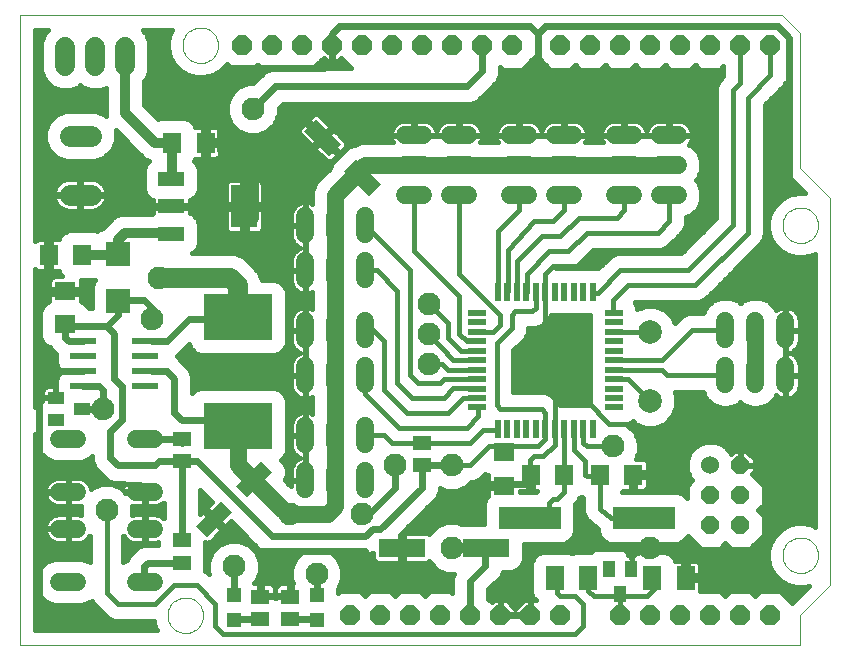
<source format=gtl>
G75*
G70*
%OFA0B0*%
%FSLAX24Y24*%
%IPPOS*%
%LPD*%
%AMOC8*
5,1,8,0,0,1.08239X$1,22.5*
%
%ADD10C,0.0000*%
%ADD11R,0.2100X0.0760*%
%ADD12C,0.0600*%
%ADD13R,0.0197X0.0591*%
%ADD14R,0.0591X0.0197*%
%ADD15R,0.0630X0.0709*%
%ADD16R,0.0709X0.0630*%
%ADD17OC8,0.0660*%
%ADD18R,0.0630X0.0787*%
%ADD19R,0.0472X0.0472*%
%ADD20R,0.0630X0.0512*%
%ADD21R,0.0870X0.0240*%
%ADD22C,0.0787*%
%ADD23R,0.0787X0.0787*%
%ADD24C,0.0600*%
%ADD25OC8,0.0600*%
%ADD26R,0.1181X0.0551*%
%ADD27R,0.2299X0.1551*%
%ADD28C,0.0705*%
%ADD29R,0.0880X0.0480*%
%ADD30R,0.0866X0.1417*%
%ADD31R,0.0551X0.0394*%
%ADD32R,0.0394X0.0551*%
%ADD33R,0.1575X0.0630*%
%ADD34C,0.0650*%
%ADD35C,0.0160*%
%ADD36C,0.0760*%
%ADD37C,0.0240*%
%ADD38C,0.0400*%
%ADD39C,0.0660*%
%ADD40C,0.0320*%
%ADD41C,0.0560*%
D10*
X000500Y000500D02*
X000500Y021500D01*
X025900Y021500D01*
X026500Y020900D01*
X026500Y016400D01*
X027500Y015400D01*
X027500Y002500D01*
X026500Y001500D01*
X026500Y000500D01*
X000500Y000500D01*
X005409Y001500D02*
X005411Y001548D01*
X005417Y001596D01*
X005427Y001643D01*
X005440Y001689D01*
X005458Y001734D01*
X005478Y001778D01*
X005503Y001820D01*
X005531Y001859D01*
X005561Y001896D01*
X005595Y001930D01*
X005632Y001962D01*
X005670Y001991D01*
X005711Y002016D01*
X005754Y002038D01*
X005799Y002056D01*
X005845Y002070D01*
X005892Y002081D01*
X005940Y002088D01*
X005988Y002091D01*
X006036Y002090D01*
X006084Y002085D01*
X006132Y002076D01*
X006178Y002064D01*
X006223Y002047D01*
X006267Y002027D01*
X006309Y002004D01*
X006349Y001977D01*
X006387Y001947D01*
X006422Y001914D01*
X006454Y001878D01*
X006484Y001840D01*
X006510Y001799D01*
X006532Y001756D01*
X006552Y001712D01*
X006567Y001667D01*
X006579Y001620D01*
X006587Y001572D01*
X006591Y001524D01*
X006591Y001476D01*
X006587Y001428D01*
X006579Y001380D01*
X006567Y001333D01*
X006552Y001288D01*
X006532Y001244D01*
X006510Y001201D01*
X006484Y001160D01*
X006454Y001122D01*
X006422Y001086D01*
X006387Y001053D01*
X006349Y001023D01*
X006309Y000996D01*
X006267Y000973D01*
X006223Y000953D01*
X006178Y000936D01*
X006132Y000924D01*
X006084Y000915D01*
X006036Y000910D01*
X005988Y000909D01*
X005940Y000912D01*
X005892Y000919D01*
X005845Y000930D01*
X005799Y000944D01*
X005754Y000962D01*
X005711Y000984D01*
X005670Y001009D01*
X005632Y001038D01*
X005595Y001070D01*
X005561Y001104D01*
X005531Y001141D01*
X005503Y001180D01*
X005478Y001222D01*
X005458Y001266D01*
X005440Y001311D01*
X005427Y001357D01*
X005417Y001404D01*
X005411Y001452D01*
X005409Y001500D01*
X025909Y003500D02*
X025911Y003548D01*
X025917Y003596D01*
X025927Y003643D01*
X025940Y003689D01*
X025958Y003734D01*
X025978Y003778D01*
X026003Y003820D01*
X026031Y003859D01*
X026061Y003896D01*
X026095Y003930D01*
X026132Y003962D01*
X026170Y003991D01*
X026211Y004016D01*
X026254Y004038D01*
X026299Y004056D01*
X026345Y004070D01*
X026392Y004081D01*
X026440Y004088D01*
X026488Y004091D01*
X026536Y004090D01*
X026584Y004085D01*
X026632Y004076D01*
X026678Y004064D01*
X026723Y004047D01*
X026767Y004027D01*
X026809Y004004D01*
X026849Y003977D01*
X026887Y003947D01*
X026922Y003914D01*
X026954Y003878D01*
X026984Y003840D01*
X027010Y003799D01*
X027032Y003756D01*
X027052Y003712D01*
X027067Y003667D01*
X027079Y003620D01*
X027087Y003572D01*
X027091Y003524D01*
X027091Y003476D01*
X027087Y003428D01*
X027079Y003380D01*
X027067Y003333D01*
X027052Y003288D01*
X027032Y003244D01*
X027010Y003201D01*
X026984Y003160D01*
X026954Y003122D01*
X026922Y003086D01*
X026887Y003053D01*
X026849Y003023D01*
X026809Y002996D01*
X026767Y002973D01*
X026723Y002953D01*
X026678Y002936D01*
X026632Y002924D01*
X026584Y002915D01*
X026536Y002910D01*
X026488Y002909D01*
X026440Y002912D01*
X026392Y002919D01*
X026345Y002930D01*
X026299Y002944D01*
X026254Y002962D01*
X026211Y002984D01*
X026170Y003009D01*
X026132Y003038D01*
X026095Y003070D01*
X026061Y003104D01*
X026031Y003141D01*
X026003Y003180D01*
X025978Y003222D01*
X025958Y003266D01*
X025940Y003311D01*
X025927Y003357D01*
X025917Y003404D01*
X025911Y003452D01*
X025909Y003500D01*
X025909Y014500D02*
X025911Y014548D01*
X025917Y014596D01*
X025927Y014643D01*
X025940Y014689D01*
X025958Y014734D01*
X025978Y014778D01*
X026003Y014820D01*
X026031Y014859D01*
X026061Y014896D01*
X026095Y014930D01*
X026132Y014962D01*
X026170Y014991D01*
X026211Y015016D01*
X026254Y015038D01*
X026299Y015056D01*
X026345Y015070D01*
X026392Y015081D01*
X026440Y015088D01*
X026488Y015091D01*
X026536Y015090D01*
X026584Y015085D01*
X026632Y015076D01*
X026678Y015064D01*
X026723Y015047D01*
X026767Y015027D01*
X026809Y015004D01*
X026849Y014977D01*
X026887Y014947D01*
X026922Y014914D01*
X026954Y014878D01*
X026984Y014840D01*
X027010Y014799D01*
X027032Y014756D01*
X027052Y014712D01*
X027067Y014667D01*
X027079Y014620D01*
X027087Y014572D01*
X027091Y014524D01*
X027091Y014476D01*
X027087Y014428D01*
X027079Y014380D01*
X027067Y014333D01*
X027052Y014288D01*
X027032Y014244D01*
X027010Y014201D01*
X026984Y014160D01*
X026954Y014122D01*
X026922Y014086D01*
X026887Y014053D01*
X026849Y014023D01*
X026809Y013996D01*
X026767Y013973D01*
X026723Y013953D01*
X026678Y013936D01*
X026632Y013924D01*
X026584Y013915D01*
X026536Y013910D01*
X026488Y013909D01*
X026440Y013912D01*
X026392Y013919D01*
X026345Y013930D01*
X026299Y013944D01*
X026254Y013962D01*
X026211Y013984D01*
X026170Y014009D01*
X026132Y014038D01*
X026095Y014070D01*
X026061Y014104D01*
X026031Y014141D01*
X026003Y014180D01*
X025978Y014222D01*
X025958Y014266D01*
X025940Y014311D01*
X025927Y014357D01*
X025917Y014404D01*
X025911Y014452D01*
X025909Y014500D01*
X005909Y020500D02*
X005911Y020548D01*
X005917Y020596D01*
X005927Y020643D01*
X005940Y020689D01*
X005958Y020734D01*
X005978Y020778D01*
X006003Y020820D01*
X006031Y020859D01*
X006061Y020896D01*
X006095Y020930D01*
X006132Y020962D01*
X006170Y020991D01*
X006211Y021016D01*
X006254Y021038D01*
X006299Y021056D01*
X006345Y021070D01*
X006392Y021081D01*
X006440Y021088D01*
X006488Y021091D01*
X006536Y021090D01*
X006584Y021085D01*
X006632Y021076D01*
X006678Y021064D01*
X006723Y021047D01*
X006767Y021027D01*
X006809Y021004D01*
X006849Y020977D01*
X006887Y020947D01*
X006922Y020914D01*
X006954Y020878D01*
X006984Y020840D01*
X007010Y020799D01*
X007032Y020756D01*
X007052Y020712D01*
X007067Y020667D01*
X007079Y020620D01*
X007087Y020572D01*
X007091Y020524D01*
X007091Y020476D01*
X007087Y020428D01*
X007079Y020380D01*
X007067Y020333D01*
X007052Y020288D01*
X007032Y020244D01*
X007010Y020201D01*
X006984Y020160D01*
X006954Y020122D01*
X006922Y020086D01*
X006887Y020053D01*
X006849Y020023D01*
X006809Y019996D01*
X006767Y019973D01*
X006723Y019953D01*
X006678Y019936D01*
X006632Y019924D01*
X006584Y019915D01*
X006536Y019910D01*
X006488Y019909D01*
X006440Y019912D01*
X006392Y019919D01*
X006345Y019930D01*
X006299Y019944D01*
X006254Y019962D01*
X006211Y019984D01*
X006170Y020009D01*
X006132Y020038D01*
X006095Y020070D01*
X006061Y020104D01*
X006031Y020141D01*
X006003Y020180D01*
X005978Y020222D01*
X005958Y020266D01*
X005940Y020311D01*
X005927Y020357D01*
X005917Y020404D01*
X005911Y020452D01*
X005909Y020500D01*
D11*
X017475Y004750D03*
X021275Y004750D03*
D12*
X024000Y009200D02*
X024000Y009800D01*
X024000Y010700D02*
X024000Y011300D01*
X025000Y011300D02*
X025000Y010700D01*
X025000Y009800D02*
X025000Y009200D01*
X026000Y009200D02*
X026000Y009800D01*
X026000Y010700D02*
X026000Y011300D01*
X022425Y015500D02*
X021825Y015500D01*
X020925Y015500D02*
X020325Y015500D01*
X020325Y016500D02*
X020925Y016500D01*
X021825Y016500D02*
X022425Y016500D01*
X022425Y017500D02*
X021825Y017500D01*
X020925Y017500D02*
X020325Y017500D01*
X018925Y017500D02*
X018325Y017500D01*
X017425Y017500D02*
X016825Y017500D01*
X016825Y016500D02*
X017425Y016500D01*
X018325Y016500D02*
X018925Y016500D01*
X018925Y015500D02*
X018325Y015500D01*
X017425Y015500D02*
X016825Y015500D01*
X015425Y015500D02*
X014825Y015500D01*
X013925Y015500D02*
X013325Y015500D01*
X013325Y016500D02*
X013925Y016500D01*
X014825Y016500D02*
X015425Y016500D01*
X015425Y017500D02*
X014825Y017500D01*
X013925Y017500D02*
X013325Y017500D01*
X012000Y014800D02*
X012000Y014200D01*
X012000Y013300D02*
X012000Y012700D01*
X011000Y012700D02*
X011000Y013300D01*
X010000Y013300D02*
X010000Y012700D01*
X010000Y011300D02*
X010000Y010700D01*
X011000Y010700D02*
X011000Y011300D01*
X012000Y011300D02*
X012000Y010700D01*
X012000Y009800D02*
X012000Y009200D01*
X011000Y009200D02*
X011000Y009800D01*
X010000Y009800D02*
X010000Y009200D01*
X010000Y007800D02*
X010000Y007200D01*
X011000Y007200D02*
X011000Y007800D01*
X012000Y007800D02*
X012000Y007200D01*
X012000Y006300D02*
X012000Y005700D01*
X011000Y005700D02*
X011000Y006300D01*
X010000Y006300D02*
X010000Y005700D01*
X004955Y005610D02*
X004355Y005610D01*
X004355Y004390D02*
X004955Y004390D01*
X004955Y002610D02*
X004355Y002610D01*
X002395Y002610D02*
X001795Y002610D01*
X001795Y004390D02*
X002395Y004390D01*
X002395Y005610D02*
X001795Y005610D01*
X001795Y007390D02*
X002395Y007390D01*
X004355Y007390D02*
X004955Y007390D01*
X010000Y014200D02*
X010000Y014800D01*
X011000Y014800D02*
X011000Y014200D01*
D13*
X016425Y012283D03*
X016740Y012283D03*
X017055Y012283D03*
X017370Y012283D03*
X017685Y012283D03*
X018000Y012283D03*
X018315Y012283D03*
X018630Y012283D03*
X018945Y012283D03*
X019260Y012283D03*
X019575Y012283D03*
X019575Y007717D03*
X019260Y007717D03*
X018945Y007717D03*
X018630Y007717D03*
X018315Y007717D03*
X018000Y007717D03*
X017685Y007717D03*
X017370Y007717D03*
X017055Y007717D03*
X016740Y007717D03*
X016425Y007717D03*
D14*
X015717Y008425D03*
X015717Y008740D03*
X015717Y009055D03*
X015717Y009370D03*
X015717Y009685D03*
X015717Y010000D03*
X015717Y010315D03*
X015717Y010630D03*
X015717Y010945D03*
X015717Y011260D03*
X015717Y011575D03*
X020283Y011575D03*
X020283Y011260D03*
X020283Y010945D03*
X020283Y010630D03*
X020283Y010315D03*
X020283Y010000D03*
X020283Y009685D03*
X020283Y009370D03*
X020283Y009055D03*
X020283Y008740D03*
X020283Y008425D03*
D15*
X019824Y006188D03*
X020926Y006188D03*
X018614Y006188D03*
X017511Y006188D03*
X006676Y017250D03*
X005574Y017250D03*
X002551Y013500D03*
X001449Y013500D03*
D16*
X002000Y012301D03*
X002000Y011199D03*
X016625Y006926D03*
X016625Y005824D03*
D17*
X016500Y001500D03*
X015500Y001500D03*
X014500Y001500D03*
X013500Y001500D03*
X012500Y001500D03*
X011500Y001500D03*
X017500Y001500D03*
X018500Y001500D03*
X020500Y001500D03*
X021500Y001500D03*
X022500Y001500D03*
X023500Y001500D03*
X024500Y001500D03*
X025500Y001500D03*
X025500Y020500D03*
X024500Y020500D03*
X023500Y020500D03*
X022500Y020500D03*
X021500Y020500D03*
X020500Y020500D03*
X019500Y020500D03*
X018500Y020500D03*
X016900Y020500D03*
X015900Y020500D03*
X014900Y020500D03*
X013900Y020500D03*
X012900Y020500D03*
X011900Y020500D03*
X010900Y020500D03*
X009900Y020500D03*
X008900Y020500D03*
X007900Y020500D03*
D18*
X018324Y002750D03*
X019426Y002750D03*
X021574Y002750D03*
X022676Y002750D03*
D19*
X010375Y002163D03*
X010375Y001337D03*
X007625Y001337D03*
X007625Y002163D03*
D20*
X008500Y002124D03*
X008500Y001376D03*
X009500Y001376D03*
X009500Y002124D03*
X005875Y003251D03*
X005875Y003999D03*
X005875Y006626D03*
X005875Y007374D03*
X013875Y007249D03*
X013875Y006501D03*
D21*
X004655Y009125D03*
X004655Y009625D03*
X004655Y010125D03*
X004655Y010625D03*
X002595Y010625D03*
X002595Y010125D03*
X002595Y009625D03*
X002595Y009125D03*
D22*
X021500Y008625D03*
X021500Y010938D03*
D23*
X003750Y011963D03*
X003750Y013537D03*
D24*
X023500Y006500D03*
D25*
X024500Y006500D03*
X024500Y005500D03*
X023500Y005500D03*
X023500Y004500D03*
X024500Y004500D03*
D26*
G36*
X012140Y015471D02*
X011307Y016304D01*
X011696Y016693D01*
X012529Y015860D01*
X012140Y015471D01*
G37*
G36*
X010804Y016807D02*
X009971Y017640D01*
X010360Y018029D01*
X011193Y017196D01*
X010804Y016807D01*
G37*
G36*
X008904Y006265D02*
X008071Y005432D01*
X007682Y005821D01*
X008515Y006654D01*
X008904Y006265D01*
G37*
G36*
X007568Y004929D02*
X006735Y004096D01*
X006346Y004485D01*
X007179Y005318D01*
X007568Y004929D01*
G37*
D27*
X007750Y007824D03*
X007750Y011426D03*
D28*
X002853Y015516D02*
X002148Y015516D01*
X002148Y017484D02*
X002853Y017484D01*
D29*
X005530Y016035D03*
X005530Y015125D03*
X005530Y014215D03*
D30*
X007970Y015125D03*
D31*
X001692Y008749D03*
X001692Y008001D03*
X002558Y008375D03*
D32*
X020126Y003058D03*
X020874Y003058D03*
X020500Y002192D03*
D33*
X016023Y003750D03*
X013227Y003750D03*
D34*
X004000Y019800D02*
X004000Y020450D01*
X003000Y020450D02*
X003000Y019800D01*
X002000Y019800D02*
X002000Y020450D01*
D35*
X001412Y021000D02*
X001318Y020906D01*
X001195Y020610D01*
X001195Y019640D01*
X001318Y019344D01*
X001544Y019118D01*
X001840Y018995D01*
X002160Y018995D01*
X002456Y019118D01*
X002500Y019162D01*
X002544Y019118D01*
X002840Y018995D01*
X003160Y018995D01*
X003360Y019078D01*
X003360Y018154D01*
X003324Y018190D01*
X003018Y018317D01*
X001982Y018317D01*
X001676Y018190D01*
X001442Y017956D01*
X001315Y017650D01*
X001315Y017319D01*
X001442Y017013D01*
X001676Y016778D01*
X001982Y016652D01*
X003018Y016652D01*
X003324Y016778D01*
X003558Y017013D01*
X003685Y017319D01*
X003685Y017650D01*
X003678Y017667D01*
X004457Y016887D01*
X004637Y016707D01*
X004783Y016647D01*
X004683Y016547D01*
X004610Y016370D01*
X004610Y015700D01*
X004683Y015523D01*
X004818Y015388D01*
X004910Y015350D01*
X004910Y015165D01*
X005490Y015165D01*
X005490Y015085D01*
X004910Y015085D01*
X004910Y014900D01*
X004886Y014890D01*
X003873Y014890D01*
X003637Y014793D01*
X003457Y014613D01*
X003253Y014408D01*
X003084Y014338D01*
X003046Y014299D01*
X002962Y014334D01*
X002141Y014334D01*
X001964Y014261D01*
X001829Y014126D01*
X001791Y014033D01*
X001787Y014034D01*
X001526Y014034D01*
X001526Y013577D01*
X001371Y013577D01*
X001371Y014034D01*
X001110Y014034D01*
X001064Y014022D01*
X001023Y013998D01*
X001000Y013975D01*
X001000Y021000D01*
X001412Y021000D01*
X001359Y020947D02*
X001000Y020947D01*
X001000Y020788D02*
X001269Y020788D01*
X001203Y020630D02*
X001000Y020630D01*
X001000Y020471D02*
X001195Y020471D01*
X001195Y020313D02*
X001000Y020313D01*
X001000Y020154D02*
X001195Y020154D01*
X001195Y019996D02*
X001000Y019996D01*
X001000Y019837D02*
X001195Y019837D01*
X001195Y019679D02*
X001000Y019679D01*
X001000Y019520D02*
X001245Y019520D01*
X001311Y019362D02*
X001000Y019362D01*
X001000Y019203D02*
X001459Y019203D01*
X001721Y019045D02*
X001000Y019045D01*
X001000Y018886D02*
X003360Y018886D01*
X003360Y018728D02*
X001000Y018728D01*
X001000Y018569D02*
X003360Y018569D01*
X003360Y018411D02*
X001000Y018411D01*
X001000Y018252D02*
X001826Y018252D01*
X001579Y018094D02*
X001000Y018094D01*
X001000Y017935D02*
X001433Y017935D01*
X001367Y017777D02*
X001000Y017777D01*
X001000Y017618D02*
X001315Y017618D01*
X001315Y017460D02*
X001000Y017460D01*
X001000Y017301D02*
X001322Y017301D01*
X001388Y017143D02*
X001000Y017143D01*
X001000Y016984D02*
X001470Y016984D01*
X001629Y016826D02*
X001000Y016826D01*
X001000Y016667D02*
X001945Y016667D01*
X002023Y016035D02*
X001943Y016009D01*
X001868Y015971D01*
X001801Y015922D01*
X001741Y015863D01*
X001692Y015795D01*
X001654Y015720D01*
X001628Y015640D01*
X001615Y015558D01*
X001615Y015553D01*
X002462Y015553D01*
X002462Y015478D01*
X001615Y015478D01*
X001615Y015474D01*
X001628Y015391D01*
X001654Y015311D01*
X001692Y015237D01*
X001741Y015169D01*
X001801Y015110D01*
X001868Y015060D01*
X001943Y015022D01*
X002023Y014996D01*
X002106Y014983D01*
X002462Y014983D01*
X002462Y015478D01*
X002538Y015478D01*
X002538Y015553D01*
X003385Y015553D01*
X003385Y015558D01*
X003372Y015640D01*
X003346Y015720D01*
X003308Y015795D01*
X003259Y015863D01*
X003199Y015922D01*
X003132Y015971D01*
X003057Y016009D01*
X002977Y016035D01*
X002894Y016048D01*
X002538Y016048D01*
X002538Y015553D01*
X002462Y015553D01*
X002462Y016048D01*
X002106Y016048D01*
X002023Y016035D01*
X002016Y016033D02*
X001000Y016033D01*
X001000Y015875D02*
X001753Y015875D01*
X001653Y015716D02*
X001000Y015716D01*
X001000Y015558D02*
X001615Y015558D01*
X001627Y015399D02*
X001000Y015399D01*
X001000Y015241D02*
X001690Y015241D01*
X001839Y015082D02*
X001000Y015082D01*
X001000Y014924D02*
X004910Y014924D01*
X004910Y015082D02*
X003161Y015082D01*
X003132Y015060D02*
X003199Y015110D01*
X003259Y015169D01*
X003308Y015237D01*
X003346Y015311D01*
X003372Y015391D01*
X003385Y015474D01*
X003385Y015478D01*
X002538Y015478D01*
X002538Y014983D01*
X002894Y014983D01*
X002977Y014996D01*
X003057Y015022D01*
X003132Y015060D01*
X003310Y015241D02*
X004910Y015241D01*
X004807Y015399D02*
X003373Y015399D01*
X003385Y015558D02*
X004669Y015558D01*
X004610Y015716D02*
X003347Y015716D01*
X003247Y015875D02*
X004610Y015875D01*
X004610Y016033D02*
X002984Y016033D01*
X002538Y016033D02*
X002462Y016033D01*
X002462Y015875D02*
X002538Y015875D01*
X002538Y015716D02*
X002462Y015716D01*
X002462Y015558D02*
X002538Y015558D01*
X002538Y015399D02*
X002462Y015399D01*
X002462Y015241D02*
X002538Y015241D01*
X002538Y015082D02*
X002462Y015082D01*
X003293Y014448D02*
X001000Y014448D01*
X001000Y014290D02*
X002033Y014290D01*
X001834Y014131D02*
X001000Y014131D01*
X001371Y013973D02*
X001526Y013973D01*
X001526Y013814D02*
X001371Y013814D01*
X001371Y013656D02*
X001526Y013656D01*
X001526Y013423D02*
X001371Y013423D01*
X001371Y012966D01*
X001110Y012966D01*
X001064Y012978D01*
X001023Y013002D01*
X001000Y013025D01*
X001000Y008447D01*
X001009Y008470D01*
X001144Y008605D01*
X001236Y008643D01*
X001236Y008731D01*
X001673Y008731D01*
X001673Y008767D01*
X001236Y008767D01*
X001236Y008970D01*
X001249Y009015D01*
X001272Y009056D01*
X001306Y009090D01*
X001347Y009114D01*
X001393Y009126D01*
X001674Y009126D01*
X001674Y008767D01*
X001710Y008767D01*
X001710Y008836D01*
X001680Y008910D01*
X001680Y009340D01*
X001753Y009517D01*
X001861Y009625D01*
X001753Y009733D01*
X001680Y009910D01*
X001680Y010221D01*
X001616Y010285D01*
X001491Y010410D01*
X001482Y010432D01*
X001374Y010477D01*
X001239Y010612D01*
X001166Y010788D01*
X001166Y011609D01*
X001239Y011786D01*
X001374Y011921D01*
X001467Y011959D01*
X001466Y011963D01*
X001466Y012224D01*
X001923Y012224D01*
X001923Y012379D01*
X001466Y012379D01*
X001466Y012640D01*
X001478Y012686D01*
X001502Y012727D01*
X001535Y012760D01*
X001576Y012784D01*
X001622Y012796D01*
X001907Y012796D01*
X001829Y012874D01*
X001791Y012967D01*
X001787Y012966D01*
X001526Y012966D01*
X001526Y013423D01*
X001526Y013339D02*
X001371Y013339D01*
X001371Y013180D02*
X001526Y013180D01*
X001526Y013022D02*
X001371Y013022D01*
X001489Y012705D02*
X001000Y012705D01*
X001000Y012863D02*
X001840Y012863D01*
X001466Y012546D02*
X001000Y012546D01*
X001000Y012388D02*
X001466Y012388D01*
X001923Y012229D02*
X001000Y012229D01*
X001000Y012071D02*
X001466Y012071D01*
X001365Y011912D02*
X001000Y011912D01*
X001000Y011754D02*
X001225Y011754D01*
X001166Y011595D02*
X001000Y011595D01*
X001000Y011437D02*
X001166Y011437D01*
X001166Y011278D02*
X001000Y011278D01*
X001000Y011120D02*
X001166Y011120D01*
X001166Y010961D02*
X001000Y010961D01*
X001000Y010803D02*
X001166Y010803D01*
X001225Y010644D02*
X001000Y010644D01*
X001000Y010486D02*
X001365Y010486D01*
X001574Y010327D02*
X001000Y010327D01*
X001000Y010169D02*
X001680Y010169D01*
X001680Y010010D02*
X001000Y010010D01*
X001000Y009852D02*
X001704Y009852D01*
X001793Y009693D02*
X001000Y009693D01*
X001000Y009535D02*
X001771Y009535D01*
X001695Y009376D02*
X001000Y009376D01*
X001000Y009218D02*
X001680Y009218D01*
X001674Y009059D02*
X001680Y009059D01*
X001674Y008901D02*
X001684Y008901D01*
X001673Y008742D02*
X001000Y008742D01*
X001000Y008584D02*
X001123Y008584D01*
X001236Y008901D02*
X001000Y008901D01*
X001000Y009059D02*
X001275Y009059D01*
X001000Y007555D02*
X001009Y007532D01*
X001015Y007527D01*
X001015Y007235D01*
X001134Y006948D01*
X001353Y006729D01*
X001640Y006610D01*
X002550Y006610D01*
X002837Y006729D01*
X002900Y006792D01*
X002900Y006631D01*
X002991Y006410D01*
X003160Y006241D01*
X003410Y005991D01*
X003631Y005900D01*
X003972Y005900D01*
X003944Y005862D01*
X003910Y005794D01*
X003887Y005722D01*
X003884Y005707D01*
X003862Y005729D01*
X003546Y005860D01*
X003204Y005860D01*
X002888Y005729D01*
X002866Y005707D01*
X002863Y005722D01*
X002840Y005794D01*
X002806Y005862D01*
X002761Y005923D01*
X002708Y005976D01*
X002647Y006021D01*
X002579Y006055D01*
X002507Y006078D01*
X002433Y006090D01*
X002115Y006090D01*
X002115Y005630D01*
X002075Y005630D01*
X002075Y006090D01*
X001757Y006090D01*
X001683Y006078D01*
X001611Y006055D01*
X001543Y006021D01*
X001482Y005976D01*
X001429Y005923D01*
X001384Y005862D01*
X001350Y005794D01*
X001327Y005722D01*
X001315Y005648D01*
X001315Y005630D01*
X002075Y005630D01*
X002075Y005590D01*
X002115Y005590D01*
X002115Y005130D01*
X002433Y005130D01*
X002507Y005142D01*
X002515Y005144D01*
X002515Y004856D01*
X002507Y004858D01*
X002433Y004870D01*
X002115Y004870D01*
X002115Y004410D01*
X002075Y004410D01*
X002075Y004870D01*
X001757Y004870D01*
X001683Y004858D01*
X001611Y004835D01*
X001543Y004801D01*
X001482Y004756D01*
X001429Y004703D01*
X001384Y004642D01*
X001350Y004574D01*
X001327Y004502D01*
X001315Y004428D01*
X001315Y004410D01*
X002075Y004410D01*
X002075Y004370D01*
X002115Y004370D01*
X002115Y003910D01*
X002433Y003910D01*
X002507Y003922D01*
X002579Y003945D01*
X002647Y003979D01*
X002708Y004024D01*
X002761Y004077D01*
X002806Y004138D01*
X002815Y004157D01*
X002815Y003280D01*
X002550Y003390D01*
X001640Y003390D01*
X001353Y003271D01*
X001134Y003052D01*
X001015Y002765D01*
X001015Y002455D01*
X001134Y002168D01*
X001353Y001949D01*
X001640Y001830D01*
X002550Y001830D01*
X002837Y001949D01*
X002877Y001989D01*
X002900Y001933D01*
X003058Y001775D01*
X003433Y001400D01*
X003639Y001315D01*
X004941Y001315D01*
X005002Y001087D01*
X005053Y001000D01*
X001000Y001000D01*
X001000Y007555D01*
X001000Y007474D02*
X001015Y007474D01*
X001000Y007316D02*
X001015Y007316D01*
X001000Y007157D02*
X001047Y007157D01*
X001000Y006999D02*
X001113Y006999D01*
X001000Y006840D02*
X001242Y006840D01*
X001467Y006682D02*
X001000Y006682D01*
X001000Y006523D02*
X002945Y006523D01*
X002900Y006682D02*
X002723Y006682D01*
X003037Y006365D02*
X001000Y006365D01*
X001000Y006206D02*
X003195Y006206D01*
X003160Y006241D02*
X003160Y006241D01*
X003354Y006048D02*
X002594Y006048D01*
X002786Y005889D02*
X003964Y005889D01*
X003875Y005875D02*
X004500Y005875D01*
X004625Y005750D01*
X004625Y005640D01*
X004655Y005610D01*
X004655Y005595D02*
X004625Y005625D01*
X004635Y005630D02*
X003961Y005630D01*
X004001Y005590D01*
X004635Y005590D01*
X004635Y005630D01*
X004635Y005590D02*
X004675Y005590D01*
X004675Y005130D01*
X004993Y005130D01*
X005067Y005142D01*
X005139Y005165D01*
X005207Y005199D01*
X005268Y005244D01*
X005275Y005251D01*
X005275Y004749D01*
X005268Y004756D01*
X005207Y004801D01*
X005139Y004835D01*
X005067Y004858D01*
X004993Y004870D01*
X004675Y004870D01*
X004675Y004410D01*
X004635Y004410D01*
X004635Y004870D01*
X004317Y004870D01*
X004243Y004858D01*
X004235Y004856D01*
X004235Y005144D01*
X004243Y005142D01*
X004317Y005130D01*
X004635Y005130D01*
X004635Y005590D01*
X004635Y005572D02*
X004675Y005572D01*
X004655Y005595D02*
X004655Y004390D01*
X004675Y004370D02*
X004675Y003910D01*
X004993Y003910D01*
X005067Y003922D01*
X005080Y003926D01*
X005080Y003851D01*
X004757Y003851D01*
X004754Y003850D01*
X004631Y003850D01*
X004410Y003759D01*
X004285Y003634D01*
X004116Y003465D01*
X004062Y003333D01*
X003935Y003280D01*
X003935Y004157D01*
X003944Y004138D01*
X003989Y004077D01*
X004042Y004024D01*
X004103Y003979D01*
X004171Y003945D01*
X004243Y003922D01*
X004317Y003910D01*
X004635Y003910D01*
X004635Y004370D01*
X004675Y004370D01*
X004675Y004304D02*
X004635Y004304D01*
X004635Y004146D02*
X004675Y004146D01*
X004675Y003987D02*
X004635Y003987D01*
X004579Y003829D02*
X003935Y003829D01*
X003935Y003987D02*
X004093Y003987D01*
X003941Y004146D02*
X003935Y004146D01*
X003935Y003670D02*
X004321Y003670D01*
X004163Y003512D02*
X003935Y003512D01*
X003935Y003353D02*
X004070Y003353D01*
X002815Y003353D02*
X002639Y003353D01*
X002815Y003512D02*
X001000Y003512D01*
X001000Y003670D02*
X002815Y003670D01*
X002815Y003829D02*
X001000Y003829D01*
X001000Y003987D02*
X001533Y003987D01*
X001543Y003979D02*
X001611Y003945D01*
X001683Y003922D01*
X001757Y003910D01*
X002075Y003910D01*
X002075Y004370D01*
X001315Y004370D01*
X001315Y004352D01*
X001327Y004278D01*
X001350Y004206D01*
X001384Y004138D01*
X001429Y004077D01*
X001482Y004024D01*
X001543Y003979D01*
X001381Y004146D02*
X001000Y004146D01*
X001000Y004304D02*
X001323Y004304D01*
X001321Y004463D02*
X001000Y004463D01*
X001000Y004621D02*
X001374Y004621D01*
X001514Y004780D02*
X001000Y004780D01*
X001000Y004938D02*
X002515Y004938D01*
X002515Y005097D02*
X001000Y005097D01*
X001000Y005255D02*
X001471Y005255D01*
X001482Y005244D02*
X001543Y005199D01*
X001611Y005165D01*
X001683Y005142D01*
X001757Y005130D01*
X002075Y005130D01*
X002075Y005590D01*
X001315Y005590D01*
X001315Y005572D01*
X001000Y005572D01*
X001000Y005414D02*
X001356Y005414D01*
X001350Y005426D02*
X001384Y005358D01*
X001429Y005297D01*
X001482Y005244D01*
X001350Y005426D02*
X001327Y005498D01*
X001315Y005572D01*
X001329Y005731D02*
X001000Y005731D01*
X001000Y005889D02*
X001404Y005889D01*
X001596Y006048D02*
X001000Y006048D01*
X002075Y006048D02*
X002115Y006048D01*
X002115Y005889D02*
X002075Y005889D01*
X002075Y005731D02*
X002115Y005731D01*
X002115Y005572D02*
X002075Y005572D01*
X002075Y005414D02*
X002115Y005414D01*
X002115Y005255D02*
X002075Y005255D01*
X002075Y004780D02*
X002115Y004780D01*
X002115Y004621D02*
X002075Y004621D01*
X002075Y004463D02*
X002115Y004463D01*
X002115Y004304D02*
X002075Y004304D01*
X002075Y004146D02*
X002115Y004146D01*
X002115Y003987D02*
X002075Y003987D01*
X002657Y003987D02*
X002815Y003987D01*
X002809Y004146D02*
X002815Y004146D01*
X003375Y005000D02*
X003375Y002250D01*
X003750Y001875D01*
X005000Y001875D01*
X005625Y002500D01*
X006375Y002500D01*
X007000Y001875D01*
X007000Y001125D01*
X007250Y000875D01*
X019000Y000875D01*
X019250Y001125D01*
X019250Y001875D01*
X019000Y002125D01*
X018500Y002125D01*
X018375Y002250D01*
X018375Y002574D01*
X018324Y002750D01*
X017529Y002719D02*
X016443Y002719D01*
X016509Y002785D02*
X016579Y002955D01*
X016906Y002955D01*
X017082Y003028D01*
X017217Y003163D01*
X017290Y003340D01*
X017290Y003890D01*
X018620Y003890D01*
X018797Y003963D01*
X018932Y004098D01*
X019005Y004275D01*
X019005Y005213D01*
X019088Y005296D01*
X019130Y005397D01*
X019201Y005426D01*
X019219Y005444D01*
X019237Y005426D01*
X019264Y005415D01*
X019264Y005136D01*
X019256Y005110D01*
X019264Y005025D01*
X019264Y004940D01*
X019274Y004915D01*
X019277Y004888D01*
X019316Y004813D01*
X019349Y004734D01*
X019368Y004715D01*
X019381Y004691D01*
X019446Y004637D01*
X019507Y004576D01*
X019532Y004566D01*
X019745Y004389D01*
X019745Y004275D01*
X019818Y004098D01*
X019953Y003963D01*
X020130Y003890D01*
X022420Y003890D01*
X022597Y003963D01*
X022732Y004098D01*
X022752Y004145D01*
X023177Y003720D01*
X023823Y003720D01*
X024000Y003897D01*
X024177Y003720D01*
X024823Y003720D01*
X025280Y004177D01*
X025280Y004823D01*
X025103Y005000D01*
X025280Y005177D01*
X025280Y005823D01*
X024891Y006212D01*
X024980Y006301D01*
X024980Y006480D01*
X024520Y006480D01*
X024520Y006520D01*
X024480Y006520D01*
X024480Y006980D01*
X024301Y006980D01*
X024191Y006870D01*
X024161Y006942D01*
X023942Y007161D01*
X023655Y007280D01*
X023345Y007280D01*
X023058Y007161D01*
X022839Y006942D01*
X022720Y006655D01*
X022720Y006345D01*
X022839Y006058D01*
X022897Y006000D01*
X022720Y005823D01*
X022720Y005414D01*
X022597Y005537D01*
X022420Y005610D01*
X020566Y005610D01*
X020584Y005654D01*
X020588Y005653D01*
X020849Y005653D01*
X020849Y006110D01*
X021004Y006110D01*
X021004Y006265D01*
X021421Y006265D01*
X021421Y006566D01*
X021409Y006611D01*
X021385Y006652D01*
X021352Y006686D01*
X021311Y006710D01*
X021265Y006722D01*
X021014Y006722D01*
X021110Y006954D01*
X021110Y007296D01*
X020979Y007612D01*
X020737Y007854D01*
X020714Y007863D01*
X020851Y007920D01*
X020910Y007979D01*
X021005Y007884D01*
X021326Y007751D01*
X021674Y007751D01*
X021995Y007884D01*
X022241Y008130D01*
X022374Y008451D01*
X022374Y008799D01*
X022315Y008940D01*
X023263Y008940D01*
X023339Y008758D01*
X023558Y008539D01*
X023845Y008420D01*
X024155Y008420D01*
X024442Y008539D01*
X024500Y008597D01*
X024558Y008539D01*
X024845Y008420D01*
X025155Y008420D01*
X025442Y008539D01*
X025661Y008758D01*
X025691Y008831D01*
X025748Y008789D01*
X025816Y008755D01*
X025888Y008732D01*
X025962Y008720D01*
X025980Y008720D01*
X025980Y009480D01*
X026020Y009480D01*
X026020Y009520D01*
X025980Y009520D01*
X025980Y010980D01*
X026020Y010980D01*
X026020Y011020D01*
X025980Y011020D01*
X025980Y011780D01*
X025962Y011780D01*
X025888Y011768D01*
X025816Y011745D01*
X025748Y011711D01*
X025691Y011669D01*
X025661Y011742D01*
X025442Y011961D01*
X025155Y012080D01*
X024845Y012080D01*
X024558Y011961D01*
X024500Y011903D01*
X024442Y011961D01*
X024155Y012080D01*
X023845Y012080D01*
X023558Y011961D01*
X023339Y011742D01*
X023263Y011560D01*
X022764Y011560D01*
X022558Y011475D01*
X022400Y011317D01*
X022321Y011238D01*
X022241Y011432D01*
X021995Y011678D01*
X021674Y011811D01*
X021326Y011811D01*
X021059Y011700D01*
X021059Y011769D01*
X020988Y011940D01*
X023111Y011940D01*
X023317Y012025D01*
X023475Y012183D01*
X025225Y013933D01*
X025310Y014139D01*
X025310Y018518D01*
X025975Y019183D01*
X026000Y019244D01*
X026000Y016500D01*
X026020Y016480D01*
X026020Y016305D01*
X026093Y016128D01*
X026228Y015993D01*
X026654Y015567D01*
X026641Y015571D01*
X026359Y015571D01*
X026087Y015498D01*
X025843Y015357D01*
X025643Y015157D01*
X025502Y014913D01*
X025429Y014641D01*
X025429Y014359D01*
X025502Y014087D01*
X025643Y013843D01*
X025843Y013643D01*
X026087Y013502D01*
X026359Y013429D01*
X026641Y013429D01*
X026913Y013502D01*
X027000Y013553D01*
X027000Y004447D01*
X026913Y004498D01*
X026641Y004571D01*
X026359Y004571D01*
X026087Y004498D01*
X025843Y004357D01*
X025643Y004157D01*
X025502Y003913D01*
X025429Y003641D01*
X025429Y003359D01*
X025502Y003087D01*
X025643Y002843D01*
X025843Y002643D01*
X026087Y002502D01*
X026359Y002429D01*
X026641Y002429D01*
X026791Y002470D01*
X026233Y001912D01*
X025836Y002310D01*
X025164Y002310D01*
X025000Y002146D01*
X024836Y002310D01*
X024164Y002310D01*
X024000Y002146D01*
X023836Y002310D01*
X023165Y002310D01*
X023171Y002333D01*
X023171Y002673D01*
X022754Y002673D01*
X022754Y002827D01*
X023171Y002827D01*
X023171Y003167D01*
X023159Y003213D01*
X023135Y003254D01*
X023102Y003288D01*
X023061Y003311D01*
X023015Y003324D01*
X022754Y003324D01*
X022754Y002827D01*
X022599Y002827D01*
X022599Y003324D01*
X022338Y003324D01*
X022334Y003323D01*
X022296Y003416D01*
X022161Y003551D01*
X021984Y003624D01*
X021163Y003624D01*
X020987Y003551D01*
X020950Y003514D01*
X020892Y003514D01*
X020892Y003456D01*
X020856Y003419D01*
X020856Y003514D01*
X020768Y003514D01*
X020730Y003606D01*
X020595Y003741D01*
X020418Y003814D01*
X019834Y003814D01*
X019657Y003741D01*
X019540Y003624D01*
X019016Y003624D01*
X018875Y003565D01*
X018734Y003624D01*
X017913Y003624D01*
X017737Y003551D01*
X017602Y003416D01*
X017529Y003239D01*
X017529Y002261D01*
X017602Y002084D01*
X017676Y002010D01*
X017518Y002010D01*
X017518Y001518D01*
X017482Y001518D01*
X017482Y001482D01*
X016518Y001482D01*
X016518Y001518D01*
X017010Y001518D01*
X017482Y001518D01*
X017482Y002010D01*
X017289Y002010D01*
X017000Y001721D01*
X016711Y002010D01*
X016518Y002010D01*
X016518Y001518D01*
X016482Y001518D01*
X016482Y002010D01*
X016289Y002010D01*
X016212Y001933D01*
X016100Y002046D01*
X016100Y002376D01*
X016509Y002785D01*
X016547Y002878D02*
X017529Y002878D01*
X017529Y003036D02*
X017090Y003036D01*
X017230Y003195D02*
X017529Y003195D01*
X017576Y003353D02*
X017290Y003353D01*
X017290Y003512D02*
X017698Y003512D01*
X017290Y003670D02*
X019587Y003670D01*
X019929Y003987D02*
X018821Y003987D01*
X018952Y004146D02*
X019798Y004146D01*
X019745Y004304D02*
X019005Y004304D01*
X019005Y004463D02*
X019657Y004463D01*
X019462Y004621D02*
X019005Y004621D01*
X019005Y004780D02*
X019330Y004780D01*
X019265Y004938D02*
X019005Y004938D01*
X019005Y005097D02*
X019257Y005097D01*
X019264Y005255D02*
X019047Y005255D01*
X019170Y005414D02*
X019264Y005414D01*
X019824Y005051D02*
X019824Y006188D01*
X019750Y006125D01*
X019375Y006125D01*
X019313Y006188D01*
X019313Y006625D01*
X018945Y006993D01*
X018945Y007717D01*
X019260Y007717D02*
X019250Y007563D01*
X019250Y007250D01*
X019375Y007125D01*
X020250Y007125D01*
X020959Y007633D02*
X027000Y007633D01*
X027000Y007791D02*
X021770Y007791D01*
X022060Y007950D02*
X027000Y007950D01*
X027000Y008108D02*
X022219Y008108D01*
X022297Y008267D02*
X027000Y008267D01*
X027000Y008425D02*
X025167Y008425D01*
X025487Y008584D02*
X027000Y008584D01*
X027000Y008742D02*
X026144Y008742D01*
X026112Y008732D02*
X026184Y008755D01*
X026252Y008789D01*
X026313Y008834D01*
X026366Y008887D01*
X026411Y008948D01*
X026445Y009016D01*
X026468Y009088D01*
X026480Y009162D01*
X026480Y009480D01*
X026020Y009480D01*
X026020Y008720D01*
X026038Y008720D01*
X026112Y008732D01*
X026020Y008742D02*
X025980Y008742D01*
X025856Y008742D02*
X025645Y008742D01*
X025980Y008901D02*
X026020Y008901D01*
X026020Y009059D02*
X025980Y009059D01*
X025980Y009218D02*
X026020Y009218D01*
X026020Y009376D02*
X025980Y009376D01*
X026020Y009520D02*
X026480Y009520D01*
X026480Y009838D01*
X026468Y009912D01*
X026445Y009984D01*
X026411Y010052D01*
X026366Y010113D01*
X026313Y010166D01*
X026252Y010211D01*
X026184Y010245D01*
X026168Y010250D01*
X026184Y010255D01*
X026252Y010289D01*
X026313Y010334D01*
X026366Y010387D01*
X026411Y010448D01*
X026445Y010516D01*
X026468Y010588D01*
X026480Y010662D01*
X026480Y010980D01*
X026020Y010980D01*
X026020Y010280D01*
X026020Y009520D01*
X026020Y009535D02*
X025980Y009535D01*
X025980Y009693D02*
X026020Y009693D01*
X026020Y009852D02*
X025980Y009852D01*
X025980Y010010D02*
X026020Y010010D01*
X026020Y010169D02*
X025980Y010169D01*
X025980Y010327D02*
X026020Y010327D01*
X026020Y010486D02*
X025980Y010486D01*
X025980Y010644D02*
X026020Y010644D01*
X026020Y010803D02*
X025980Y010803D01*
X025980Y010961D02*
X026020Y010961D01*
X026020Y011020D02*
X026480Y011020D01*
X026480Y011338D01*
X026468Y011412D01*
X026445Y011484D01*
X026411Y011552D01*
X026366Y011613D01*
X026313Y011666D01*
X026252Y011711D01*
X026184Y011745D01*
X026112Y011768D01*
X026038Y011780D01*
X026020Y011780D01*
X026020Y011020D01*
X026020Y011120D02*
X025980Y011120D01*
X025980Y011278D02*
X026020Y011278D01*
X026020Y011437D02*
X025980Y011437D01*
X025980Y011595D02*
X026020Y011595D01*
X026020Y011754D02*
X025980Y011754D01*
X025842Y011754D02*
X025650Y011754D01*
X025491Y011912D02*
X027000Y011912D01*
X027000Y011754D02*
X026158Y011754D01*
X026379Y011595D02*
X027000Y011595D01*
X027000Y011437D02*
X026460Y011437D01*
X026480Y011278D02*
X027000Y011278D01*
X027000Y011120D02*
X026480Y011120D01*
X026480Y010961D02*
X027000Y010961D01*
X027000Y010803D02*
X026480Y010803D01*
X026477Y010644D02*
X027000Y010644D01*
X027000Y010486D02*
X026429Y010486D01*
X026303Y010327D02*
X027000Y010327D01*
X027000Y010169D02*
X026309Y010169D01*
X026432Y010010D02*
X027000Y010010D01*
X027000Y009852D02*
X026478Y009852D01*
X026480Y009693D02*
X027000Y009693D01*
X027000Y009535D02*
X026480Y009535D01*
X026480Y009376D02*
X027000Y009376D01*
X027000Y009218D02*
X026480Y009218D01*
X026459Y009059D02*
X027000Y009059D01*
X027000Y008901D02*
X026376Y008901D01*
X027000Y007474D02*
X021036Y007474D01*
X021102Y007316D02*
X027000Y007316D01*
X027000Y007157D02*
X023946Y007157D01*
X024105Y006999D02*
X027000Y006999D01*
X027000Y006840D02*
X024839Y006840D01*
X024699Y006980D02*
X024520Y006980D01*
X024520Y006520D01*
X024980Y006520D01*
X024980Y006699D01*
X024699Y006980D01*
X024520Y006840D02*
X024480Y006840D01*
X024480Y006682D02*
X024520Y006682D01*
X024520Y006523D02*
X024480Y006523D01*
X024980Y006523D02*
X027000Y006523D01*
X027000Y006365D02*
X024980Y006365D01*
X024897Y006206D02*
X027000Y006206D01*
X027000Y006048D02*
X025056Y006048D01*
X025214Y005889D02*
X027000Y005889D01*
X027000Y005731D02*
X025280Y005731D01*
X025280Y005572D02*
X027000Y005572D01*
X027000Y005414D02*
X025280Y005414D01*
X025280Y005255D02*
X027000Y005255D01*
X027000Y005097D02*
X025200Y005097D01*
X025165Y004938D02*
X027000Y004938D01*
X027000Y004780D02*
X025280Y004780D01*
X025280Y004621D02*
X027000Y004621D01*
X027000Y004463D02*
X026974Y004463D01*
X026026Y004463D02*
X025280Y004463D01*
X025280Y004304D02*
X025790Y004304D01*
X025637Y004146D02*
X025249Y004146D01*
X025090Y003987D02*
X025545Y003987D01*
X025480Y003829D02*
X024932Y003829D01*
X025437Y003670D02*
X020665Y003670D01*
X020875Y003750D02*
X020875Y003059D01*
X020874Y003058D01*
X020856Y003512D02*
X020892Y003512D01*
X021375Y002750D02*
X021574Y002750D01*
X021625Y002699D01*
X021625Y002375D01*
X021375Y002125D01*
X020567Y002125D01*
X020500Y002192D01*
X020433Y002125D01*
X019625Y002125D01*
X019426Y002324D01*
X019426Y002750D01*
X019375Y002699D01*
X020500Y002192D02*
X020500Y001500D01*
X022599Y002878D02*
X022754Y002878D01*
X022754Y003036D02*
X022599Y003036D01*
X022599Y003195D02*
X022754Y003195D01*
X023164Y003195D02*
X025474Y003195D01*
X025431Y003353D02*
X022322Y003353D01*
X022200Y003512D02*
X025429Y003512D01*
X025532Y003036D02*
X023171Y003036D01*
X023171Y002878D02*
X025623Y002878D01*
X025767Y002719D02*
X022754Y002719D01*
X023171Y002561D02*
X025986Y002561D01*
X025902Y002244D02*
X026565Y002244D01*
X026723Y002402D02*
X023171Y002402D01*
X023902Y002244D02*
X024098Y002244D01*
X024902Y002244D02*
X025098Y002244D01*
X026061Y002085D02*
X026406Y002085D01*
X026248Y001927D02*
X026219Y001927D01*
X024068Y003829D02*
X023932Y003829D01*
X023068Y003829D02*
X017290Y003829D01*
X017475Y004750D02*
X018000Y004625D01*
X018239Y004864D01*
X018250Y004625D01*
X018125Y004750D01*
X018125Y005250D01*
X018250Y005375D01*
X018375Y005375D01*
X018614Y005614D01*
X018614Y006188D01*
X018614Y006239D01*
X018625Y006250D01*
X018625Y007688D01*
X018630Y007454D01*
X018630Y007717D01*
X018315Y007717D02*
X018313Y007719D01*
X018313Y009938D01*
X018000Y010250D01*
X018000Y012283D01*
X018000Y012875D01*
X018250Y013125D01*
X019125Y013125D01*
X019625Y013625D01*
X019572Y013656D02*
X022614Y013656D01*
X022518Y013560D02*
X020389Y013560D01*
X020183Y013475D01*
X019767Y013059D01*
X018351Y013059D01*
X018357Y013065D01*
X018861Y013065D01*
X019067Y013150D01*
X019607Y013690D01*
X021861Y013690D01*
X022067Y013775D01*
X022442Y014150D01*
X022600Y014308D01*
X022685Y014514D01*
X022685Y014763D01*
X022867Y014839D01*
X023086Y015058D01*
X023205Y015345D01*
X023205Y015655D01*
X023086Y015942D01*
X023028Y016000D01*
X023086Y016058D01*
X023205Y016345D01*
X023205Y016655D01*
X023086Y016942D01*
X022867Y017161D01*
X022794Y017191D01*
X022836Y017248D01*
X022870Y017316D01*
X022893Y017388D01*
X022905Y017462D01*
X022905Y017480D01*
X022145Y017480D01*
X022145Y017520D01*
X022105Y017520D01*
X022105Y017980D01*
X021787Y017980D01*
X021713Y017968D01*
X021641Y017945D01*
X021573Y017911D01*
X021512Y017866D01*
X021459Y017813D01*
X021414Y017752D01*
X021380Y017684D01*
X021375Y017668D01*
X021370Y017684D01*
X021336Y017752D01*
X021291Y017813D01*
X021238Y017866D01*
X021177Y017911D01*
X021109Y017945D01*
X021037Y017968D01*
X020963Y017980D01*
X020645Y017980D01*
X020645Y017520D01*
X021405Y017520D01*
X022105Y017520D01*
X022105Y017480D01*
X020645Y017480D01*
X020645Y017520D01*
X020605Y017520D01*
X020605Y017980D01*
X020287Y017980D01*
X020213Y017968D01*
X020141Y017945D01*
X020073Y017911D01*
X020012Y017866D01*
X019959Y017813D01*
X019914Y017752D01*
X019880Y017684D01*
X019857Y017612D01*
X019845Y017538D01*
X019845Y017520D01*
X020605Y017520D01*
X020605Y017480D01*
X019845Y017480D01*
X019845Y017462D01*
X019857Y017388D01*
X019880Y017316D01*
X019909Y017260D01*
X019341Y017260D01*
X019370Y017316D01*
X019393Y017388D01*
X019405Y017462D01*
X019405Y017480D01*
X018645Y017480D01*
X018645Y017520D01*
X018605Y017520D01*
X018605Y017980D01*
X018287Y017980D01*
X018213Y017968D01*
X018141Y017945D01*
X018073Y017911D01*
X018012Y017866D01*
X017959Y017813D01*
X017914Y017752D01*
X017880Y017684D01*
X017875Y017668D01*
X017870Y017684D01*
X017836Y017752D01*
X017791Y017813D01*
X017738Y017866D01*
X017677Y017911D01*
X017609Y017945D01*
X017537Y017968D01*
X017463Y017980D01*
X017145Y017980D01*
X017145Y017520D01*
X017905Y017520D01*
X018605Y017520D01*
X018605Y017480D01*
X017145Y017480D01*
X017145Y017520D01*
X017105Y017520D01*
X017105Y017980D01*
X016787Y017980D01*
X016713Y017968D01*
X016641Y017945D01*
X016573Y017911D01*
X016512Y017866D01*
X016459Y017813D01*
X016414Y017752D01*
X016380Y017684D01*
X016357Y017612D01*
X016345Y017538D01*
X016345Y017520D01*
X017105Y017520D01*
X017105Y017480D01*
X016345Y017480D01*
X016345Y017462D01*
X016357Y017388D01*
X016380Y017316D01*
X016409Y017260D01*
X015841Y017260D01*
X015870Y017316D01*
X015893Y017388D01*
X015905Y017462D01*
X015905Y017480D01*
X015145Y017480D01*
X015145Y017520D01*
X015105Y017520D01*
X015105Y017980D01*
X014787Y017980D01*
X014713Y017968D01*
X014641Y017945D01*
X014573Y017911D01*
X014512Y017866D01*
X014459Y017813D01*
X014414Y017752D01*
X014380Y017684D01*
X014375Y017668D01*
X014370Y017684D01*
X014336Y017752D01*
X014291Y017813D01*
X014238Y017866D01*
X014177Y017911D01*
X014109Y017945D01*
X014037Y017968D01*
X013963Y017980D01*
X013645Y017980D01*
X013645Y017520D01*
X014405Y017520D01*
X015105Y017520D01*
X015105Y017480D01*
X013645Y017480D01*
X013645Y017520D01*
X013605Y017520D01*
X013605Y017980D01*
X013287Y017980D01*
X013213Y017968D01*
X013141Y017945D01*
X013073Y017911D01*
X013012Y017866D01*
X012959Y017813D01*
X012914Y017752D01*
X012880Y017684D01*
X012857Y017612D01*
X012845Y017538D01*
X012845Y017520D01*
X013605Y017520D01*
X013605Y017480D01*
X012845Y017480D01*
X012845Y017462D01*
X012857Y017388D01*
X012880Y017316D01*
X012909Y017260D01*
X011849Y017260D01*
X011642Y017174D01*
X011600Y017174D01*
X011424Y017101D01*
X010899Y016576D01*
X010826Y016401D01*
X010569Y016144D01*
X010356Y015931D01*
X010240Y015651D01*
X010240Y015216D01*
X010184Y015245D01*
X010112Y015268D01*
X010038Y015280D01*
X010020Y015280D01*
X010020Y014520D01*
X009980Y014520D01*
X009980Y015280D01*
X009962Y015280D01*
X009888Y015268D01*
X009816Y015245D01*
X009748Y015211D01*
X009687Y015166D01*
X009634Y015113D01*
X009589Y015052D01*
X009555Y014984D01*
X009532Y014912D01*
X009520Y014838D01*
X009520Y014520D01*
X009980Y014520D01*
X009980Y014480D01*
X010020Y014480D01*
X010020Y013020D01*
X009980Y013020D01*
X009980Y013780D01*
X009980Y014480D01*
X009520Y014480D01*
X009520Y014162D01*
X009532Y014088D01*
X009555Y014016D01*
X009589Y013948D01*
X009634Y013887D01*
X009687Y013834D01*
X009748Y013789D01*
X009816Y013755D01*
X009832Y013750D01*
X009816Y013745D01*
X009748Y013711D01*
X009687Y013666D01*
X009634Y013613D01*
X009589Y013552D01*
X009555Y013484D01*
X009532Y013412D01*
X009520Y013338D01*
X009520Y013020D01*
X009980Y013020D01*
X009980Y012980D01*
X010020Y012980D01*
X010020Y012220D01*
X010038Y012220D01*
X010112Y012232D01*
X010184Y012255D01*
X010240Y012284D01*
X010240Y011716D01*
X010184Y011745D01*
X010112Y011768D01*
X010038Y011780D01*
X010020Y011780D01*
X010020Y011020D01*
X009980Y011020D01*
X009980Y011780D01*
X009962Y011780D01*
X009888Y011768D01*
X009816Y011745D01*
X009748Y011711D01*
X009687Y011666D01*
X009634Y011613D01*
X009589Y011552D01*
X009555Y011484D01*
X009532Y011412D01*
X009520Y011338D01*
X009520Y011020D01*
X009980Y011020D01*
X009980Y010980D01*
X010020Y010980D01*
X010020Y009520D01*
X009980Y009520D01*
X009980Y010280D01*
X009980Y010980D01*
X009520Y010980D01*
X009520Y010662D01*
X009532Y010588D01*
X009555Y010516D01*
X009589Y010448D01*
X009634Y010387D01*
X009687Y010334D01*
X009748Y010289D01*
X009816Y010255D01*
X009832Y010250D01*
X009816Y010245D01*
X009748Y010211D01*
X009687Y010166D01*
X009634Y010113D01*
X009589Y010052D01*
X009555Y009984D01*
X009532Y009912D01*
X009520Y009838D01*
X009520Y009520D01*
X009980Y009520D01*
X009980Y009480D01*
X010020Y009480D01*
X010020Y008720D01*
X010038Y008720D01*
X010112Y008732D01*
X010184Y008755D01*
X010240Y008784D01*
X010240Y008216D01*
X010184Y008245D01*
X010112Y008268D01*
X010038Y008280D01*
X010020Y008280D01*
X010020Y007520D01*
X009980Y007520D01*
X009980Y008280D01*
X009962Y008280D01*
X009888Y008268D01*
X009816Y008245D01*
X009748Y008211D01*
X009687Y008166D01*
X009634Y008113D01*
X009589Y008052D01*
X009555Y007984D01*
X009532Y007912D01*
X009520Y007838D01*
X009520Y007520D01*
X009980Y007520D01*
X009980Y007480D01*
X010020Y007480D01*
X010020Y006020D01*
X009980Y006020D01*
X009980Y006720D01*
X009980Y007480D01*
X009520Y007480D01*
X009520Y007162D01*
X009532Y007088D01*
X009555Y007016D01*
X009589Y006948D01*
X009634Y006887D01*
X009687Y006834D01*
X009748Y006789D01*
X009816Y006755D01*
X009832Y006750D01*
X009816Y006745D01*
X009748Y006711D01*
X009687Y006666D01*
X009634Y006613D01*
X009589Y006552D01*
X009555Y006484D01*
X009532Y006412D01*
X009520Y006338D01*
X009520Y006020D01*
X009980Y006020D01*
X009980Y005980D01*
X009520Y005980D01*
X009520Y005805D01*
X009318Y006007D01*
X009386Y006170D01*
X009386Y006361D01*
X009313Y006538D01*
X009190Y006660D01*
X009307Y006776D01*
X009380Y006953D01*
X009380Y008695D01*
X009307Y008871D01*
X009172Y009006D01*
X008995Y009079D01*
X006505Y009079D01*
X006328Y009006D01*
X006225Y008903D01*
X006225Y009494D01*
X006134Y009715D01*
X005965Y009884D01*
X005724Y010125D01*
X006130Y010532D01*
X006193Y010379D01*
X006328Y010244D01*
X006505Y010171D01*
X008995Y010171D01*
X009172Y010244D01*
X009307Y010379D01*
X009380Y010555D01*
X009380Y012297D01*
X009307Y012474D01*
X009172Y012609D01*
X008995Y012682D01*
X008551Y012682D01*
X008437Y012959D01*
X008209Y013187D01*
X008209Y013187D01*
X007959Y013437D01*
X007661Y013560D01*
X006222Y013560D01*
X006242Y013568D01*
X006377Y013703D01*
X006450Y013880D01*
X006450Y014550D01*
X006377Y014727D01*
X006242Y014862D01*
X006150Y014900D01*
X006150Y015085D01*
X005570Y015085D01*
X005570Y015165D01*
X006150Y015165D01*
X006150Y015350D01*
X006242Y015388D01*
X006377Y015523D01*
X006450Y015700D01*
X006450Y016370D01*
X006377Y016547D01*
X006297Y016627D01*
X006334Y016717D01*
X006338Y016716D01*
X006599Y016716D01*
X006599Y017173D01*
X006754Y017173D01*
X006754Y017327D01*
X007171Y017327D01*
X007171Y017628D01*
X007159Y017674D01*
X007135Y017715D01*
X007102Y017748D01*
X007061Y017772D01*
X007015Y017784D01*
X006754Y017784D01*
X006754Y017327D01*
X006599Y017327D01*
X006599Y017784D01*
X006338Y017784D01*
X006334Y017783D01*
X006296Y017876D01*
X006161Y018011D01*
X005984Y018084D01*
X005163Y018084D01*
X005098Y018057D01*
X004640Y018515D01*
X004640Y019302D01*
X004682Y019344D01*
X004805Y019640D01*
X004805Y020610D01*
X004682Y020906D01*
X004588Y021000D01*
X005553Y021000D01*
X005502Y020913D01*
X005429Y020641D01*
X005429Y020359D01*
X005502Y020087D01*
X005643Y019843D01*
X005843Y019643D01*
X006087Y019502D01*
X006359Y019429D01*
X006641Y019429D01*
X006913Y019502D01*
X007157Y019643D01*
X007357Y019843D01*
X007377Y019878D01*
X007564Y019690D01*
X008236Y019690D01*
X008400Y019854D01*
X008564Y019690D01*
X008796Y019690D01*
X008660Y019634D01*
X008491Y019465D01*
X008261Y019235D01*
X008079Y019235D01*
X007763Y019104D01*
X007521Y018862D01*
X007390Y018546D01*
X007390Y018204D01*
X007521Y017888D01*
X007763Y017646D01*
X008079Y017515D01*
X008421Y017515D01*
X008737Y017646D01*
X008979Y017888D01*
X009110Y018204D01*
X009110Y018386D01*
X009249Y018525D01*
X015494Y018525D01*
X015715Y018616D01*
X016215Y019116D01*
X016384Y019285D01*
X016475Y019506D01*
X016475Y019779D01*
X016564Y019690D01*
X017236Y019690D01*
X017700Y020154D01*
X017700Y020154D01*
X018164Y019690D01*
X018836Y019690D01*
X019000Y019854D01*
X019164Y019690D01*
X019836Y019690D01*
X020000Y019854D01*
X020164Y019690D01*
X020836Y019690D01*
X021000Y019854D01*
X021164Y019690D01*
X021836Y019690D01*
X022000Y019854D01*
X022164Y019690D01*
X022836Y019690D01*
X023000Y019854D01*
X023164Y019690D01*
X023836Y019690D01*
X023940Y019794D01*
X023940Y019482D01*
X023933Y019475D01*
X023775Y019317D01*
X023690Y019111D01*
X023690Y014732D01*
X022518Y013560D01*
X022772Y013814D02*
X022106Y013814D01*
X022264Y013973D02*
X022931Y013973D01*
X023089Y014131D02*
X022423Y014131D01*
X022581Y014290D02*
X023248Y014290D01*
X023406Y014448D02*
X022658Y014448D01*
X022685Y014607D02*
X023565Y014607D01*
X023690Y014765D02*
X022689Y014765D01*
X022952Y014924D02*
X023690Y014924D01*
X023690Y015082D02*
X023096Y015082D01*
X023162Y015241D02*
X023690Y015241D01*
X023690Y015399D02*
X023205Y015399D01*
X023205Y015558D02*
X023690Y015558D01*
X023690Y015716D02*
X023180Y015716D01*
X023114Y015875D02*
X023690Y015875D01*
X023690Y016033D02*
X023061Y016033D01*
X023141Y016192D02*
X023690Y016192D01*
X023690Y016350D02*
X023205Y016350D01*
X023205Y016509D02*
X023690Y016509D01*
X023690Y016667D02*
X023200Y016667D01*
X023134Y016826D02*
X023690Y016826D01*
X023690Y016984D02*
X023044Y016984D01*
X022886Y017143D02*
X023690Y017143D01*
X023690Y017301D02*
X022862Y017301D01*
X022905Y017460D02*
X023690Y017460D01*
X023690Y017618D02*
X022891Y017618D01*
X022893Y017612D02*
X022870Y017684D01*
X022836Y017752D01*
X022791Y017813D01*
X022738Y017866D01*
X022677Y017911D01*
X022609Y017945D01*
X022537Y017968D01*
X022463Y017980D01*
X022145Y017980D01*
X022145Y017520D01*
X022905Y017520D01*
X022905Y017538D01*
X022893Y017612D01*
X022817Y017777D02*
X023690Y017777D01*
X023690Y017935D02*
X022629Y017935D01*
X022145Y017935D02*
X022105Y017935D01*
X022105Y017777D02*
X022145Y017777D01*
X022145Y017618D02*
X022105Y017618D01*
X021621Y017935D02*
X021129Y017935D01*
X021317Y017777D02*
X021433Y017777D01*
X020645Y017777D02*
X020605Y017777D01*
X020605Y017935D02*
X020645Y017935D01*
X020645Y017618D02*
X020605Y017618D01*
X020121Y017935D02*
X019129Y017935D01*
X019109Y017945D02*
X019037Y017968D01*
X018963Y017980D01*
X018645Y017980D01*
X018645Y017520D01*
X019405Y017520D01*
X019405Y017538D01*
X019393Y017612D01*
X019370Y017684D01*
X019336Y017752D01*
X019291Y017813D01*
X019238Y017866D01*
X019177Y017911D01*
X019109Y017945D01*
X019317Y017777D02*
X019933Y017777D01*
X019859Y017618D02*
X019391Y017618D01*
X019405Y017460D02*
X019845Y017460D01*
X019888Y017301D02*
X019362Y017301D01*
X018645Y017618D02*
X018605Y017618D01*
X018605Y017777D02*
X018645Y017777D01*
X018645Y017935D02*
X018605Y017935D01*
X018121Y017935D02*
X017629Y017935D01*
X017817Y017777D02*
X017933Y017777D01*
X017145Y017777D02*
X017105Y017777D01*
X017105Y017935D02*
X017145Y017935D01*
X017145Y017618D02*
X017105Y017618D01*
X016621Y017935D02*
X015629Y017935D01*
X015609Y017945D02*
X015537Y017968D01*
X015463Y017980D01*
X015145Y017980D01*
X015145Y017520D01*
X015905Y017520D01*
X015905Y017538D01*
X015893Y017612D01*
X015870Y017684D01*
X015836Y017752D01*
X015791Y017813D01*
X015738Y017866D01*
X015677Y017911D01*
X015609Y017945D01*
X015817Y017777D02*
X016433Y017777D01*
X016359Y017618D02*
X015891Y017618D01*
X015905Y017460D02*
X016345Y017460D01*
X016388Y017301D02*
X015862Y017301D01*
X015145Y017618D02*
X015105Y017618D01*
X015105Y017777D02*
X015145Y017777D01*
X015145Y017935D02*
X015105Y017935D01*
X014621Y017935D02*
X014129Y017935D01*
X014317Y017777D02*
X014433Y017777D01*
X013645Y017777D02*
X013605Y017777D01*
X013605Y017935D02*
X013645Y017935D01*
X013645Y017618D02*
X013605Y017618D01*
X013121Y017935D02*
X010709Y017935D01*
X010863Y017781D02*
X010470Y018175D01*
X010429Y018198D01*
X010383Y018211D01*
X010335Y018211D01*
X010290Y018198D01*
X010249Y018175D01*
X010078Y018004D01*
X010582Y017500D01*
X010863Y017781D01*
X010859Y017777D02*
X012933Y017777D01*
X012859Y017618D02*
X011026Y017618D01*
X010945Y017699D02*
X011338Y017306D01*
X011362Y017265D01*
X011374Y017219D01*
X011374Y017172D01*
X011362Y017126D01*
X011338Y017085D01*
X011168Y016914D01*
X010664Y017418D01*
X010582Y017336D01*
X011086Y016832D01*
X010915Y016662D01*
X010874Y016638D01*
X010828Y016626D01*
X010781Y016626D01*
X010735Y016638D01*
X010694Y016662D01*
X010301Y017055D01*
X010582Y017336D01*
X010500Y017418D01*
X010219Y017137D01*
X009825Y017530D01*
X009802Y017571D01*
X009789Y017617D01*
X009789Y017665D01*
X009802Y017710D01*
X009825Y017751D01*
X009996Y017922D01*
X010500Y017418D01*
X010582Y017500D01*
X010664Y017418D01*
X010945Y017699D01*
X010863Y017618D02*
X010700Y017618D01*
X010705Y017460D02*
X010622Y017460D01*
X010542Y017460D02*
X010459Y017460D01*
X010464Y017618D02*
X010300Y017618D01*
X010305Y017777D02*
X010142Y017777D01*
X010147Y017935D02*
X008999Y017935D01*
X009064Y018094D02*
X010168Y018094D01*
X009851Y017777D02*
X008868Y017777D01*
X008670Y017618D02*
X009789Y017618D01*
X009896Y017460D02*
X007171Y017460D01*
X007171Y017618D02*
X007830Y017618D01*
X007632Y017777D02*
X007044Y017777D01*
X006754Y017777D02*
X006599Y017777D01*
X006599Y017618D02*
X006754Y017618D01*
X006754Y017460D02*
X006599Y017460D01*
X006754Y017301D02*
X010055Y017301D01*
X010213Y017143D02*
X007171Y017143D01*
X007171Y017173D02*
X006754Y017173D01*
X006754Y016716D01*
X007015Y016716D01*
X007061Y016728D01*
X007102Y016752D01*
X007135Y016785D01*
X007159Y016826D01*
X007171Y016872D01*
X007171Y017173D01*
X007171Y016984D02*
X010372Y016984D01*
X010388Y017143D02*
X010225Y017143D01*
X010383Y017301D02*
X010546Y017301D01*
X010617Y017301D02*
X010781Y017301D01*
X010776Y017143D02*
X010939Y017143D01*
X010934Y016984D02*
X011098Y016984D01*
X011237Y016984D02*
X011306Y016984D01*
X011366Y017143D02*
X011523Y017143D01*
X011341Y017301D02*
X012888Y017301D01*
X012845Y017460D02*
X011185Y017460D01*
X011148Y016826D02*
X011079Y016826D01*
X010989Y016667D02*
X010920Y016667D01*
X010871Y016509D02*
X006393Y016509D01*
X006450Y016350D02*
X010775Y016350D01*
X010617Y016192D02*
X006450Y016192D01*
X006450Y016033D02*
X010458Y016033D01*
X010333Y015875D02*
X008579Y015875D01*
X008583Y015857D02*
X008571Y015903D01*
X008547Y015944D01*
X008514Y015978D01*
X008473Y016001D01*
X008427Y016014D01*
X008050Y016014D01*
X008050Y015205D01*
X007890Y015205D01*
X007890Y015045D01*
X007357Y015045D01*
X007357Y014393D01*
X007369Y014347D01*
X007393Y014306D01*
X007426Y014272D01*
X007468Y014249D01*
X007513Y014236D01*
X007890Y014236D01*
X007890Y015045D01*
X008050Y015045D01*
X008050Y014236D01*
X008427Y014236D01*
X008473Y014249D01*
X008514Y014272D01*
X008547Y014306D01*
X008571Y014347D01*
X008583Y014393D01*
X008583Y015045D01*
X008050Y015045D01*
X008050Y015205D01*
X008583Y015205D01*
X008583Y015857D01*
X008583Y015716D02*
X010267Y015716D01*
X010240Y015558D02*
X008583Y015558D01*
X008583Y015399D02*
X010240Y015399D01*
X010240Y015241D02*
X010193Y015241D01*
X010020Y015241D02*
X009980Y015241D01*
X009980Y015082D02*
X010020Y015082D01*
X010020Y014924D02*
X009980Y014924D01*
X009980Y014765D02*
X010020Y014765D01*
X010020Y014607D02*
X009980Y014607D01*
X009980Y014448D02*
X010020Y014448D01*
X010020Y014290D02*
X009980Y014290D01*
X009980Y014131D02*
X010020Y014131D01*
X010020Y013973D02*
X009980Y013973D01*
X009980Y013814D02*
X010020Y013814D01*
X010020Y013656D02*
X009980Y013656D01*
X009980Y013497D02*
X010020Y013497D01*
X010020Y013339D02*
X009980Y013339D01*
X009980Y013180D02*
X010020Y013180D01*
X010020Y013022D02*
X009980Y013022D01*
X009980Y012980D02*
X009520Y012980D01*
X009520Y012662D01*
X009532Y012588D01*
X009555Y012516D01*
X009589Y012448D01*
X009634Y012387D01*
X009687Y012334D01*
X009748Y012289D01*
X009816Y012255D01*
X009888Y012232D01*
X009962Y012220D01*
X009980Y012220D01*
X009980Y012980D01*
X009980Y012863D02*
X010020Y012863D01*
X010020Y012705D02*
X009980Y012705D01*
X009980Y012546D02*
X010020Y012546D01*
X010020Y012388D02*
X009980Y012388D01*
X009980Y012229D02*
X010020Y012229D01*
X010095Y012229D02*
X010240Y012229D01*
X010240Y012071D02*
X009380Y012071D01*
X009380Y012229D02*
X009905Y012229D01*
X009634Y012388D02*
X009342Y012388D01*
X009234Y012546D02*
X009545Y012546D01*
X009520Y012705D02*
X008542Y012705D01*
X008476Y012863D02*
X009520Y012863D01*
X009520Y013022D02*
X008374Y013022D01*
X008215Y013180D02*
X009520Y013180D01*
X009520Y013339D02*
X008057Y013339D01*
X007813Y013497D02*
X009562Y013497D01*
X009677Y013656D02*
X006329Y013656D01*
X006423Y013814D02*
X009715Y013814D01*
X009577Y013973D02*
X006450Y013973D01*
X006450Y014131D02*
X009525Y014131D01*
X009520Y014290D02*
X008531Y014290D01*
X008583Y014448D02*
X009520Y014448D01*
X009520Y014607D02*
X008583Y014607D01*
X008583Y014765D02*
X009520Y014765D01*
X009535Y014924D02*
X008583Y014924D01*
X008583Y015241D02*
X009807Y015241D01*
X009612Y015082D02*
X008050Y015082D01*
X008050Y014924D02*
X007890Y014924D01*
X007890Y015082D02*
X006150Y015082D01*
X006150Y014924D02*
X007357Y014924D01*
X007357Y014765D02*
X006339Y014765D01*
X006427Y014607D02*
X007357Y014607D01*
X007357Y014448D02*
X006450Y014448D01*
X006450Y014290D02*
X007409Y014290D01*
X007890Y014290D02*
X008050Y014290D01*
X008050Y014448D02*
X007890Y014448D01*
X007890Y014607D02*
X008050Y014607D01*
X008050Y014765D02*
X007890Y014765D01*
X007890Y015205D02*
X007357Y015205D01*
X007357Y015857D01*
X007369Y015903D01*
X007393Y015944D01*
X007426Y015978D01*
X007468Y016001D01*
X007513Y016014D01*
X007890Y016014D01*
X007890Y015205D01*
X007890Y015241D02*
X008050Y015241D01*
X008050Y015399D02*
X007890Y015399D01*
X007890Y015558D02*
X008050Y015558D01*
X008050Y015716D02*
X007890Y015716D01*
X007890Y015875D02*
X008050Y015875D01*
X007362Y015875D02*
X006450Y015875D01*
X006450Y015716D02*
X007357Y015716D01*
X007357Y015558D02*
X006391Y015558D01*
X006253Y015399D02*
X007357Y015399D01*
X007357Y015241D02*
X006150Y015241D01*
X004610Y016192D02*
X001000Y016192D01*
X001000Y016350D02*
X004610Y016350D01*
X004667Y016509D02*
X001000Y016509D01*
X001000Y014765D02*
X003610Y014765D01*
X003451Y014607D02*
X001000Y014607D01*
X001000Y013022D02*
X001003Y013022D01*
X002077Y012379D02*
X002077Y012224D01*
X002534Y012224D01*
X002534Y011963D01*
X002533Y011959D01*
X002626Y011921D01*
X002761Y011786D01*
X002786Y011725D01*
X002876Y011725D01*
X002876Y012452D01*
X002949Y012628D01*
X003005Y012684D01*
X002962Y012666D01*
X002527Y012666D01*
X002534Y012640D01*
X002534Y012379D01*
X002077Y012379D01*
X002077Y012229D02*
X002876Y012229D01*
X002876Y012071D02*
X002534Y012071D01*
X002635Y011912D02*
X002876Y011912D01*
X002876Y011754D02*
X002775Y011754D01*
X002876Y012388D02*
X002534Y012388D01*
X002534Y012546D02*
X002915Y012546D01*
X004655Y010625D02*
X004875Y010625D01*
X005767Y010169D02*
X009691Y010169D01*
X009697Y010327D02*
X009255Y010327D01*
X009351Y010486D02*
X009571Y010486D01*
X009523Y010644D02*
X009380Y010644D01*
X009380Y010803D02*
X009520Y010803D01*
X009520Y010961D02*
X009380Y010961D01*
X009380Y011120D02*
X009520Y011120D01*
X009520Y011278D02*
X009380Y011278D01*
X009380Y011437D02*
X009540Y011437D01*
X009621Y011595D02*
X009380Y011595D01*
X009380Y011754D02*
X009842Y011754D01*
X009980Y011754D02*
X010020Y011754D01*
X010158Y011754D02*
X010240Y011754D01*
X010240Y011912D02*
X009380Y011912D01*
X009980Y011595D02*
X010020Y011595D01*
X010020Y011437D02*
X009980Y011437D01*
X009980Y011278D02*
X010020Y011278D01*
X010020Y011120D02*
X009980Y011120D01*
X009980Y010961D02*
X010020Y010961D01*
X010020Y010803D02*
X009980Y010803D01*
X009980Y010644D02*
X010020Y010644D01*
X010020Y010486D02*
X009980Y010486D01*
X009980Y010327D02*
X010020Y010327D01*
X010020Y010169D02*
X009980Y010169D01*
X009980Y010010D02*
X010020Y010010D01*
X010020Y009852D02*
X009980Y009852D01*
X009980Y009693D02*
X010020Y009693D01*
X010020Y009535D02*
X009980Y009535D01*
X009980Y009480D02*
X009520Y009480D01*
X009520Y009162D01*
X009532Y009088D01*
X009555Y009016D01*
X009589Y008948D01*
X009634Y008887D01*
X009687Y008834D01*
X009748Y008789D01*
X009816Y008755D01*
X009888Y008732D01*
X009962Y008720D01*
X009980Y008720D01*
X009980Y009480D01*
X009980Y009376D02*
X010020Y009376D01*
X010020Y009218D02*
X009980Y009218D01*
X009980Y009059D02*
X010020Y009059D01*
X010020Y008901D02*
X009980Y008901D01*
X009980Y008742D02*
X010020Y008742D01*
X010144Y008742D02*
X010240Y008742D01*
X010240Y008584D02*
X009380Y008584D01*
X009380Y008425D02*
X010240Y008425D01*
X010240Y008267D02*
X010118Y008267D01*
X010020Y008267D02*
X009980Y008267D01*
X009882Y008267D02*
X009380Y008267D01*
X009380Y008108D02*
X009630Y008108D01*
X009544Y007950D02*
X009380Y007950D01*
X009380Y007791D02*
X009520Y007791D01*
X009520Y007633D02*
X009380Y007633D01*
X009380Y007474D02*
X009520Y007474D01*
X009520Y007316D02*
X009380Y007316D01*
X009380Y007157D02*
X009521Y007157D01*
X009564Y006999D02*
X009380Y006999D01*
X009333Y006840D02*
X009681Y006840D01*
X009708Y006682D02*
X009212Y006682D01*
X009319Y006523D02*
X009575Y006523D01*
X009524Y006365D02*
X009384Y006365D01*
X009386Y006206D02*
X009520Y006206D01*
X009520Y006048D02*
X009335Y006048D01*
X009436Y005889D02*
X009520Y005889D01*
X009980Y006048D02*
X010020Y006048D01*
X010020Y006206D02*
X009980Y006206D01*
X009980Y006365D02*
X010020Y006365D01*
X010020Y006523D02*
X009980Y006523D01*
X009980Y006682D02*
X010020Y006682D01*
X010020Y006840D02*
X009980Y006840D01*
X009980Y006999D02*
X010020Y006999D01*
X010020Y007157D02*
X009980Y007157D01*
X009980Y007316D02*
X010020Y007316D01*
X010020Y007474D02*
X009980Y007474D01*
X009980Y007633D02*
X010020Y007633D01*
X010020Y007791D02*
X009980Y007791D01*
X009980Y007950D02*
X010020Y007950D01*
X010020Y008108D02*
X009980Y008108D01*
X009856Y008742D02*
X009360Y008742D01*
X009277Y008901D02*
X009624Y008901D01*
X009541Y009059D02*
X009044Y009059D01*
X009520Y009218D02*
X006225Y009218D01*
X006225Y009376D02*
X009520Y009376D01*
X009520Y009535D02*
X006208Y009535D01*
X006143Y009693D02*
X009520Y009693D01*
X009522Y009852D02*
X005997Y009852D01*
X005839Y010010D02*
X009568Y010010D01*
X012000Y009500D02*
X012000Y008875D01*
X013125Y007750D01*
X015375Y007750D01*
X015750Y008125D01*
X015750Y008392D01*
X015717Y008425D01*
X015704Y008438D01*
X015717Y008740D02*
X015707Y008750D01*
X015250Y008750D01*
X014750Y008250D01*
X013375Y008250D01*
X012625Y009000D01*
X012625Y010625D01*
X012250Y011000D01*
X012000Y011000D01*
X013063Y012313D02*
X012375Y013000D01*
X012000Y013000D01*
X013063Y012313D02*
X013063Y009250D01*
X013563Y008750D01*
X014625Y008750D01*
X014938Y009063D01*
X015709Y009063D01*
X015717Y009055D01*
X015717Y009370D02*
X015712Y009375D01*
X014625Y009375D01*
X014500Y009250D01*
X013750Y009250D01*
X013500Y009500D01*
X013500Y013000D01*
X012000Y014500D01*
X013625Y013625D02*
X015125Y012125D01*
X015125Y010875D01*
X015375Y010625D01*
X015712Y010625D01*
X015717Y010630D01*
X015724Y010938D02*
X015717Y010945D01*
X015724Y010938D02*
X016250Y010938D01*
X016500Y011188D01*
X016500Y011500D01*
X015125Y012875D01*
X015125Y015500D01*
X013625Y015500D02*
X013625Y013625D01*
X014125Y011875D02*
X014750Y011250D01*
X014750Y010750D01*
X015185Y010315D01*
X015717Y010315D01*
X015717Y010000D02*
X014938Y010000D01*
X014125Y010875D01*
X014125Y009875D02*
X014377Y009873D01*
X014565Y009873D01*
X014750Y009688D01*
X015688Y009688D01*
X015717Y009685D01*
X016375Y010563D02*
X016875Y011063D01*
X016875Y011500D01*
X017000Y011625D01*
X017563Y011625D01*
X017688Y011750D01*
X017688Y012281D01*
X017685Y012283D01*
X017375Y012288D02*
X017370Y012283D01*
X017375Y012288D02*
X017375Y012875D01*
X018125Y013625D01*
X018750Y013625D01*
X019375Y014250D01*
X021750Y014250D01*
X022125Y014625D01*
X022125Y015500D01*
X020625Y015500D02*
X020625Y015000D01*
X020375Y014750D01*
X019125Y014750D01*
X018500Y014125D01*
X017875Y014125D01*
X017063Y013313D01*
X017063Y012291D01*
X017055Y012283D01*
X016750Y012293D02*
X016740Y012283D01*
X016750Y012293D02*
X016750Y013688D01*
X017625Y014625D01*
X018250Y014625D01*
X018625Y015000D01*
X018625Y015500D01*
X017125Y015500D02*
X017125Y015000D01*
X016438Y014313D01*
X016438Y012296D01*
X016425Y012283D01*
X017435Y011065D02*
X017674Y011065D01*
X017880Y011150D01*
X018005Y011275D01*
X018162Y011433D01*
X018193Y011508D01*
X019508Y011508D01*
X019508Y011066D01*
X019508Y010751D01*
X019508Y008492D01*
X018506Y008492D01*
X018475Y008567D01*
X018350Y008692D01*
X018192Y008850D01*
X017986Y008935D01*
X016935Y008935D01*
X016935Y010331D01*
X017192Y010588D01*
X017350Y010745D01*
X017435Y010951D01*
X017435Y011065D01*
X017435Y010961D02*
X019508Y010961D01*
X019508Y010803D02*
X017373Y010803D01*
X017248Y010644D02*
X019508Y010644D01*
X019508Y010486D02*
X017090Y010486D01*
X016935Y010327D02*
X019508Y010327D01*
X019508Y010169D02*
X016935Y010169D01*
X016935Y010010D02*
X019508Y010010D01*
X019508Y009852D02*
X016935Y009852D01*
X016935Y009693D02*
X019508Y009693D01*
X019508Y009535D02*
X016935Y009535D01*
X016935Y009376D02*
X019508Y009376D01*
X019508Y009218D02*
X016935Y009218D01*
X016935Y009059D02*
X019508Y009059D01*
X019508Y008901D02*
X018070Y008901D01*
X018300Y008742D02*
X019508Y008742D01*
X019508Y008584D02*
X018458Y008584D01*
X018000Y008250D02*
X017875Y008375D01*
X016500Y008375D01*
X016375Y008500D01*
X016375Y010563D01*
X017806Y011120D02*
X019508Y011120D01*
X019508Y011278D02*
X018007Y011278D01*
X018164Y011437D02*
X019508Y011437D01*
X020250Y011608D02*
X020250Y012000D01*
X020750Y012500D01*
X023000Y012500D01*
X024750Y014250D01*
X024750Y018750D01*
X025500Y019500D01*
X025500Y020500D01*
X024500Y020500D02*
X024500Y019250D01*
X024250Y019000D01*
X024250Y014500D01*
X022750Y013000D01*
X020500Y013000D01*
X019750Y012250D01*
X019608Y012250D01*
X019575Y012283D01*
X019750Y012250D01*
X019575Y012283D02*
X019563Y012438D01*
X019888Y013180D02*
X019097Y013180D01*
X019255Y013339D02*
X020047Y013339D01*
X020237Y013497D02*
X019414Y013497D01*
X020999Y011912D02*
X023509Y011912D01*
X023362Y012071D02*
X023822Y012071D01*
X023521Y012229D02*
X027000Y012229D01*
X027000Y012071D02*
X025178Y012071D01*
X024822Y012071D02*
X024178Y012071D01*
X024491Y011912D02*
X024509Y011912D01*
X023838Y012546D02*
X027000Y012546D01*
X027000Y012388D02*
X023679Y012388D01*
X023996Y012705D02*
X027000Y012705D01*
X027000Y012863D02*
X024155Y012863D01*
X024313Y013022D02*
X027000Y013022D01*
X027000Y013180D02*
X024472Y013180D01*
X024630Y013339D02*
X027000Y013339D01*
X027000Y013497D02*
X026893Y013497D01*
X026107Y013497D02*
X024789Y013497D01*
X024947Y013656D02*
X025830Y013656D01*
X025672Y013814D02*
X025106Y013814D01*
X025241Y013973D02*
X025568Y013973D01*
X025491Y014131D02*
X025307Y014131D01*
X025310Y014290D02*
X025448Y014290D01*
X025429Y014448D02*
X025310Y014448D01*
X025310Y014607D02*
X025429Y014607D01*
X025463Y014765D02*
X025310Y014765D01*
X025310Y014924D02*
X025508Y014924D01*
X025600Y015082D02*
X025310Y015082D01*
X025310Y015241D02*
X025727Y015241D01*
X025916Y015399D02*
X025310Y015399D01*
X025310Y015558D02*
X026310Y015558D01*
X026505Y015716D02*
X025310Y015716D01*
X025310Y015875D02*
X026347Y015875D01*
X026188Y016033D02*
X025310Y016033D01*
X025310Y016192D02*
X026067Y016192D01*
X026020Y016350D02*
X025310Y016350D01*
X025310Y016509D02*
X026000Y016509D01*
X026000Y016667D02*
X025310Y016667D01*
X025310Y016826D02*
X026000Y016826D01*
X026000Y016984D02*
X025310Y016984D01*
X025310Y017143D02*
X026000Y017143D01*
X026000Y017301D02*
X025310Y017301D01*
X025310Y017460D02*
X026000Y017460D01*
X026000Y017618D02*
X025310Y017618D01*
X025310Y017777D02*
X026000Y017777D01*
X026000Y017935D02*
X025310Y017935D01*
X025310Y018094D02*
X026000Y018094D01*
X026000Y018252D02*
X025310Y018252D01*
X025310Y018411D02*
X026000Y018411D01*
X026000Y018569D02*
X025361Y018569D01*
X025519Y018728D02*
X026000Y018728D01*
X026000Y018886D02*
X025678Y018886D01*
X025836Y019045D02*
X026000Y019045D01*
X025983Y019203D02*
X026000Y019203D01*
X023940Y019520D02*
X016475Y019520D01*
X016475Y019679D02*
X023940Y019679D01*
X023820Y019362D02*
X016415Y019362D01*
X016302Y019203D02*
X023728Y019203D01*
X023690Y019045D02*
X016143Y019045D01*
X015985Y018886D02*
X023690Y018886D01*
X023690Y018728D02*
X015826Y018728D01*
X015601Y018569D02*
X023690Y018569D01*
X023690Y018411D02*
X009134Y018411D01*
X009110Y018252D02*
X023690Y018252D01*
X023690Y018094D02*
X010551Y018094D01*
X010530Y016826D02*
X007158Y016826D01*
X006754Y016826D02*
X006599Y016826D01*
X006599Y016984D02*
X006754Y016984D01*
X006754Y017143D02*
X006599Y017143D01*
X006314Y016667D02*
X010689Y016667D01*
X007501Y017935D02*
X006237Y017935D01*
X005062Y018094D02*
X007436Y018094D01*
X007390Y018252D02*
X004903Y018252D01*
X004745Y018411D02*
X007390Y018411D01*
X007400Y018569D02*
X004640Y018569D01*
X004640Y018728D02*
X007465Y018728D01*
X007545Y018886D02*
X004640Y018886D01*
X004640Y019045D02*
X007703Y019045D01*
X008002Y019203D02*
X004640Y019203D01*
X004689Y019362D02*
X008388Y019362D01*
X008547Y019520D02*
X006944Y019520D01*
X007193Y019679D02*
X008768Y019679D01*
X008417Y019837D02*
X008383Y019837D01*
X007417Y019837D02*
X007351Y019837D01*
X006056Y019520D02*
X004755Y019520D01*
X004805Y019679D02*
X005807Y019679D01*
X005649Y019837D02*
X004805Y019837D01*
X004805Y019996D02*
X005555Y019996D01*
X005484Y020154D02*
X004805Y020154D01*
X004805Y020313D02*
X005442Y020313D01*
X005429Y020471D02*
X004805Y020471D01*
X004797Y020630D02*
X005429Y020630D01*
X005469Y020788D02*
X004731Y020788D01*
X004641Y020947D02*
X005522Y020947D01*
X003360Y019045D02*
X003279Y019045D01*
X002721Y019045D02*
X002279Y019045D01*
X003174Y018252D02*
X003360Y018252D01*
X003685Y017618D02*
X003727Y017618D01*
X003685Y017460D02*
X003885Y017460D01*
X004044Y017301D02*
X003678Y017301D01*
X003612Y017143D02*
X004202Y017143D01*
X004361Y016984D02*
X003530Y016984D01*
X003371Y016826D02*
X004519Y016826D01*
X004457Y016887D02*
X004457Y016887D01*
X004735Y016667D02*
X003055Y016667D01*
X010271Y019725D02*
X010612Y020067D01*
X010689Y019990D01*
X010882Y019990D01*
X010882Y020482D01*
X010918Y020482D01*
X010918Y019990D01*
X011111Y019990D01*
X011188Y020067D01*
X011529Y019725D01*
X010271Y019725D01*
X010383Y019837D02*
X011417Y019837D01*
X011259Y019996D02*
X011117Y019996D01*
X010918Y019996D02*
X010882Y019996D01*
X010882Y020154D02*
X010918Y020154D01*
X010918Y020313D02*
X010882Y020313D01*
X010882Y020471D02*
X010918Y020471D01*
X010683Y019996D02*
X010541Y019996D01*
X017383Y019837D02*
X018017Y019837D01*
X017859Y019996D02*
X017541Y019996D01*
X018983Y019837D02*
X019017Y019837D01*
X019983Y019837D02*
X020017Y019837D01*
X020983Y019837D02*
X021017Y019837D01*
X021983Y019837D02*
X022017Y019837D01*
X022983Y019837D02*
X023017Y019837D01*
X023350Y011754D02*
X021813Y011754D01*
X022078Y011595D02*
X023278Y011595D01*
X022875Y011000D02*
X024000Y011000D01*
X022875Y011000D02*
X021875Y010000D01*
X020283Y010000D01*
X020283Y009685D02*
X020438Y009688D01*
X021875Y009688D01*
X022063Y009500D01*
X024000Y009500D01*
X023280Y008901D02*
X022332Y008901D01*
X022374Y008742D02*
X023355Y008742D01*
X023513Y008584D02*
X022374Y008584D01*
X022363Y008425D02*
X023833Y008425D01*
X024167Y008425D02*
X024833Y008425D01*
X024513Y008584D02*
X024487Y008584D01*
X023054Y007157D02*
X021110Y007157D01*
X021110Y006999D02*
X022895Y006999D01*
X022797Y006840D02*
X021063Y006840D01*
X021356Y006682D02*
X022731Y006682D01*
X022720Y006523D02*
X021421Y006523D01*
X021421Y006365D02*
X022720Y006365D01*
X022778Y006206D02*
X021004Y006206D01*
X021004Y006110D02*
X021421Y006110D01*
X021421Y005809D01*
X021409Y005764D01*
X021385Y005723D01*
X021352Y005689D01*
X021311Y005665D01*
X021265Y005653D01*
X021004Y005653D01*
X021004Y006110D01*
X021004Y006048D02*
X020849Y006048D01*
X020849Y005889D02*
X021004Y005889D01*
X021004Y005731D02*
X020849Y005731D01*
X021390Y005731D02*
X022720Y005731D01*
X022720Y005572D02*
X022512Y005572D01*
X022786Y005889D02*
X021421Y005889D01*
X021421Y006048D02*
X022849Y006048D01*
X021275Y004750D02*
X020188Y004750D01*
X019824Y005051D01*
X017736Y005653D02*
X017693Y005610D01*
X017159Y005610D01*
X017159Y005657D01*
X017173Y005653D01*
X017434Y005653D01*
X017434Y006110D01*
X017589Y006110D01*
X017589Y005653D01*
X017736Y005653D01*
X017589Y005731D02*
X017434Y005731D01*
X017434Y005889D02*
X017589Y005889D01*
X017589Y006048D02*
X017434Y006048D01*
X017500Y006188D02*
X017500Y006688D01*
X017625Y006813D01*
X017938Y006813D01*
X018313Y007188D01*
X018313Y007563D01*
X018000Y007717D02*
X018000Y007375D01*
X017750Y007125D01*
X016625Y007125D01*
X016625Y006926D01*
X016625Y007125D02*
X016125Y007125D01*
X015500Y006500D01*
X014875Y006500D01*
X015480Y005889D02*
X016548Y005889D01*
X016548Y005901D02*
X016548Y005746D01*
X016091Y005746D01*
X016091Y005485D01*
X016093Y005477D01*
X016018Y005402D01*
X015945Y005225D01*
X015945Y004545D01*
X015203Y004545D01*
X015046Y004610D01*
X014704Y004610D01*
X014388Y004479D01*
X014146Y004237D01*
X014132Y004203D01*
X014125Y004209D01*
X014084Y004233D01*
X014038Y004245D01*
X013305Y004245D01*
X013305Y003827D01*
X013150Y003827D01*
X013150Y004176D01*
X014215Y005241D01*
X014384Y005410D01*
X014475Y005631D01*
X014475Y005735D01*
X014704Y005640D01*
X015046Y005640D01*
X015362Y005771D01*
X015531Y005940D01*
X015611Y005940D01*
X015817Y006025D01*
X015998Y006206D01*
X015999Y006204D01*
X016092Y006166D01*
X016091Y006162D01*
X016091Y005901D01*
X016548Y005901D01*
X016091Y006048D02*
X015839Y006048D01*
X016091Y005731D02*
X015265Y005731D01*
X015957Y005255D02*
X014229Y005255D01*
X014385Y005414D02*
X016030Y005414D01*
X016091Y005572D02*
X014451Y005572D01*
X014475Y005731D02*
X014485Y005731D01*
X014070Y005097D02*
X015945Y005097D01*
X015945Y004938D02*
X013912Y004938D01*
X013753Y004780D02*
X015945Y004780D01*
X015945Y004621D02*
X013595Y004621D01*
X013436Y004463D02*
X014371Y004463D01*
X014213Y004304D02*
X013278Y004304D01*
X013305Y004146D02*
X013150Y004146D01*
X013150Y003987D02*
X013305Y003987D01*
X013305Y003829D02*
X013150Y003829D01*
X013150Y003673D02*
X013305Y003673D01*
X013305Y003255D01*
X014038Y003255D01*
X014084Y003267D01*
X014125Y003291D01*
X014132Y003297D01*
X014146Y003263D01*
X014388Y003021D01*
X014704Y002890D01*
X014960Y002890D01*
X014900Y002744D01*
X014900Y002246D01*
X014836Y002310D01*
X014164Y002310D01*
X014000Y002146D01*
X013836Y002310D01*
X013164Y002310D01*
X013000Y002146D01*
X012836Y002310D01*
X012164Y002310D01*
X012000Y002146D01*
X011836Y002310D01*
X011164Y002310D01*
X011091Y002237D01*
X011091Y002375D01*
X011104Y002388D01*
X011235Y002704D01*
X011235Y003046D01*
X011104Y003362D01*
X010941Y003525D01*
X012119Y003525D01*
X012260Y003583D01*
X012260Y003411D01*
X012272Y003366D01*
X012296Y003325D01*
X012329Y003291D01*
X012370Y003267D01*
X012416Y003255D01*
X013150Y003255D01*
X013150Y003673D01*
X013150Y003670D02*
X013305Y003670D01*
X013305Y003512D02*
X013150Y003512D01*
X013150Y003353D02*
X013305Y003353D01*
X014214Y003195D02*
X011174Y003195D01*
X011235Y003036D02*
X014373Y003036D01*
X014900Y002719D02*
X011235Y002719D01*
X011235Y002878D02*
X014955Y002878D01*
X014900Y002561D02*
X011176Y002561D01*
X011110Y002402D02*
X014900Y002402D01*
X014098Y002244D02*
X013902Y002244D01*
X013098Y002244D02*
X012902Y002244D01*
X012098Y002244D02*
X011902Y002244D01*
X011098Y002244D02*
X011091Y002244D01*
X011108Y003353D02*
X012279Y003353D01*
X012260Y003512D02*
X010955Y003512D01*
X009809Y003525D02*
X009646Y003362D01*
X009515Y003046D01*
X009515Y002704D01*
X009575Y002560D01*
X009548Y002560D01*
X009548Y002172D01*
X009452Y002172D01*
X009452Y002112D01*
X009090Y002112D01*
X009000Y002075D01*
X008910Y002112D01*
X008548Y002112D01*
X008548Y002172D01*
X008995Y002172D01*
X008995Y002404D01*
X008983Y002449D01*
X008959Y002490D01*
X008925Y002524D01*
X008884Y002548D01*
X008839Y002560D01*
X008548Y002560D01*
X008548Y002172D01*
X008452Y002172D01*
X008452Y002560D01*
X008314Y002560D01*
X008303Y002587D01*
X008354Y002638D01*
X008485Y002954D01*
X008485Y003296D01*
X008354Y003612D01*
X008112Y003854D01*
X007796Y003985D01*
X007454Y003985D01*
X007138Y003854D01*
X006896Y003612D01*
X006765Y003296D01*
X006765Y002954D01*
X006802Y002865D01*
X006692Y002975D01*
X006670Y002984D01*
X006670Y003602D01*
X006661Y003625D01*
X006670Y003648D01*
X006670Y003925D01*
X006710Y003914D01*
X006758Y003914D01*
X006804Y003927D01*
X006845Y003950D01*
X007238Y004344D01*
X006957Y004625D01*
X007039Y004707D01*
X007320Y004426D01*
X007523Y004629D01*
X008535Y003616D01*
X008756Y003525D01*
X009809Y003525D01*
X009795Y003512D02*
X008396Y003512D01*
X008461Y003353D02*
X009642Y003353D01*
X009576Y003195D02*
X008485Y003195D01*
X008485Y003036D02*
X009515Y003036D01*
X009515Y002878D02*
X008453Y002878D01*
X008388Y002719D02*
X009515Y002719D01*
X009574Y002561D02*
X008314Y002561D01*
X008452Y002402D02*
X008548Y002402D01*
X008548Y002244D02*
X008452Y002244D01*
X008995Y002244D02*
X009005Y002244D01*
X009005Y002172D02*
X009452Y002172D01*
X009452Y002560D01*
X009161Y002560D01*
X009116Y002548D01*
X009075Y002524D01*
X009041Y002490D01*
X009017Y002449D01*
X009005Y002404D01*
X009005Y002172D01*
X009025Y002085D02*
X008975Y002085D01*
X008995Y002402D02*
X009005Y002402D01*
X009452Y002402D02*
X009548Y002402D01*
X009548Y002244D02*
X009452Y002244D01*
X008481Y003670D02*
X008296Y003670D01*
X008323Y003829D02*
X008138Y003829D01*
X008164Y003987D02*
X006881Y003987D01*
X007040Y004146D02*
X008006Y004146D01*
X007847Y004304D02*
X007198Y004304D01*
X007119Y004463D02*
X007283Y004463D01*
X007357Y004463D02*
X007689Y004463D01*
X007530Y004621D02*
X007515Y004621D01*
X007124Y004621D02*
X006961Y004621D01*
X006875Y004707D02*
X006957Y004789D01*
X006676Y005070D01*
X006879Y005273D01*
X006475Y005676D01*
X006475Y004869D01*
X006594Y004988D01*
X006875Y004707D01*
X006802Y004780D02*
X006948Y004780D01*
X006807Y004938D02*
X006644Y004938D01*
X006544Y004938D02*
X006475Y004938D01*
X006475Y005097D02*
X006702Y005097D01*
X006861Y005255D02*
X006475Y005255D01*
X006475Y005414D02*
X006738Y005414D01*
X006579Y005572D02*
X006475Y005572D01*
X005275Y005097D02*
X004235Y005097D01*
X004235Y004938D02*
X005275Y004938D01*
X005275Y004780D02*
X005236Y004780D01*
X004675Y004780D02*
X004635Y004780D01*
X004635Y004621D02*
X004675Y004621D01*
X004675Y004463D02*
X004635Y004463D01*
X004635Y005255D02*
X004675Y005255D01*
X004675Y005414D02*
X004635Y005414D01*
X003889Y005731D02*
X003859Y005731D01*
X002891Y005731D02*
X002861Y005731D01*
X001551Y003353D02*
X001000Y003353D01*
X001000Y003195D02*
X001276Y003195D01*
X001127Y003036D02*
X001000Y003036D01*
X001000Y002878D02*
X001062Y002878D01*
X001015Y002719D02*
X001000Y002719D01*
X001000Y002561D02*
X001015Y002561D01*
X001000Y002402D02*
X001037Y002402D01*
X001000Y002244D02*
X001103Y002244D01*
X001000Y002085D02*
X001217Y002085D01*
X001407Y001927D02*
X001000Y001927D01*
X001000Y001768D02*
X003065Y001768D01*
X002907Y001927D02*
X002783Y001927D01*
X003224Y001610D02*
X001000Y001610D01*
X001000Y001451D02*
X003382Y001451D01*
X004947Y001293D02*
X001000Y001293D01*
X001000Y001134D02*
X004990Y001134D01*
X006789Y002878D02*
X006797Y002878D01*
X006765Y003036D02*
X006670Y003036D01*
X006670Y003195D02*
X006765Y003195D01*
X006789Y003353D02*
X006670Y003353D01*
X006670Y003512D02*
X006854Y003512D01*
X006954Y003670D02*
X006670Y003670D01*
X006670Y003829D02*
X007112Y003829D01*
X008082Y006168D02*
X007750Y006500D01*
X007750Y008000D02*
X007625Y008000D01*
X006456Y009059D02*
X006225Y009059D01*
X006245Y010327D02*
X005926Y010327D01*
X006084Y010486D02*
X006149Y010486D01*
X004875Y009625D02*
X004655Y009625D01*
X012000Y007500D02*
X012625Y007500D01*
X012875Y007250D01*
X012876Y007249D01*
X013875Y007249D01*
X013875Y006501D02*
X013876Y006500D01*
X012875Y007250D02*
X015500Y007250D01*
X015938Y007688D01*
X016396Y007688D01*
X016425Y007717D01*
X018000Y007717D02*
X018000Y008250D01*
X019375Y008625D02*
X020125Y007875D01*
X020875Y007875D01*
X020880Y007950D02*
X020940Y007950D01*
X020800Y007791D02*
X021230Y007791D01*
X021500Y008625D02*
X020750Y009375D01*
X020438Y009375D01*
X020283Y009370D01*
X020283Y010945D02*
X020438Y010938D01*
X021500Y010938D01*
X022305Y011278D02*
X022361Y011278D01*
X022237Y011437D02*
X022520Y011437D01*
X021187Y011754D02*
X021059Y011754D01*
X020283Y011575D02*
X020250Y011608D01*
X020250Y011625D02*
X020283Y011575D01*
X024980Y006682D02*
X027000Y006682D01*
X022910Y003987D02*
X022621Y003987D01*
X017529Y002561D02*
X016284Y002561D01*
X016126Y002402D02*
X017529Y002402D01*
X017536Y002244D02*
X016100Y002244D01*
X016100Y002085D02*
X017602Y002085D01*
X017518Y001927D02*
X017482Y001927D01*
X017482Y001768D02*
X017518Y001768D01*
X017518Y001610D02*
X017482Y001610D01*
X017205Y001927D02*
X016795Y001927D01*
X016953Y001768D02*
X017047Y001768D01*
X016518Y001768D02*
X016482Y001768D01*
X016482Y001610D02*
X016518Y001610D01*
X016518Y001927D02*
X016482Y001927D01*
D36*
X014875Y003750D03*
X012000Y003000D03*
X010375Y002875D03*
X009500Y004875D03*
X007625Y003125D03*
X003375Y005000D03*
X003250Y008375D03*
X004875Y011375D03*
X005125Y012750D03*
X008250Y018375D03*
X005750Y018750D03*
X014125Y011875D03*
X014125Y010875D03*
X014125Y009875D03*
X014875Y006500D03*
X013000Y006500D03*
X011875Y004875D03*
X020250Y007125D03*
X021500Y003750D03*
X025125Y007625D03*
D37*
X022125Y003750D02*
X020875Y003750D01*
X019000Y003750D01*
X016676Y005875D02*
X016625Y005824D01*
X016676Y005875D02*
X017375Y005875D01*
X017500Y006000D01*
X017500Y006188D01*
X014875Y006500D02*
X013876Y006500D01*
X013875Y006501D02*
X013875Y005750D01*
X012500Y004375D01*
X012250Y004375D01*
X012000Y004125D01*
X008875Y004125D01*
X006375Y006625D01*
X005751Y006625D01*
X005875Y006626D01*
X005126Y006626D01*
X005000Y006500D01*
X003750Y006500D01*
X003500Y006750D01*
X003500Y007625D01*
X003875Y008000D01*
X003875Y009125D01*
X003625Y009375D01*
X003625Y010875D01*
X003375Y011125D01*
X002250Y011125D01*
X002000Y011125D01*
X002000Y010750D01*
X002125Y010625D01*
X002595Y010625D01*
X002250Y011125D02*
X002000Y011199D01*
X003375Y011125D02*
X003750Y011500D01*
X003750Y011963D01*
X003787Y012000D01*
X004625Y012000D01*
X004875Y011750D01*
X004875Y011375D01*
X004875Y010625D02*
X005375Y010625D01*
X006125Y011375D01*
X007605Y011375D01*
X005625Y009375D02*
X005375Y009625D01*
X004875Y009625D01*
X005625Y009375D02*
X005625Y008250D01*
X005875Y008000D01*
X007625Y008000D01*
X005875Y007374D02*
X005875Y007250D01*
X005750Y007375D01*
X004670Y007375D01*
X004655Y007390D01*
X005875Y006626D02*
X005875Y003999D01*
X005876Y004000D01*
X005875Y003251D02*
X004876Y003251D01*
X004875Y003250D01*
X004750Y003250D01*
X004625Y003125D01*
X004625Y002640D01*
X004655Y002610D01*
X005874Y003250D02*
X005875Y003251D01*
X007625Y003125D02*
X007625Y002163D01*
X007625Y001375D02*
X008500Y001376D01*
X007625Y001337D02*
X007625Y001375D01*
X009500Y001376D02*
X010375Y001375D01*
X010375Y001337D01*
X010375Y002163D02*
X010375Y002875D01*
X012000Y003000D02*
X012000Y003625D01*
X008375Y003625D01*
X011875Y004875D02*
X012125Y004875D01*
X013000Y005750D01*
X013000Y006000D01*
X013000Y006500D01*
X015625Y003875D02*
X015750Y003750D01*
X016000Y003625D01*
X016000Y003125D01*
X015500Y002625D01*
X015500Y001500D01*
X016500Y001500D02*
X017500Y001500D01*
X016023Y003750D02*
X014875Y003750D01*
X015750Y003750D02*
X016023Y003750D01*
X003250Y008375D02*
X002558Y008375D01*
X003250Y008375D02*
X003250Y009000D01*
X003125Y009125D01*
X002595Y009125D01*
X002595Y009625D02*
X001625Y009625D01*
X001125Y008625D02*
X001125Y001250D01*
X001375Y001250D01*
X012000Y016164D02*
X012000Y016500D01*
X009000Y019125D02*
X015375Y019125D01*
X015875Y019625D01*
X015875Y020475D01*
X015900Y020500D01*
X017500Y021125D02*
X011125Y021125D01*
X010875Y020875D01*
X010875Y020000D01*
X010625Y019750D02*
X007375Y019750D01*
X006750Y019125D01*
X008250Y018375D02*
X009000Y019125D01*
X017500Y021125D02*
X017750Y020875D01*
X018000Y021125D01*
X025750Y021125D01*
X026125Y020750D01*
X026125Y015750D01*
X017750Y019875D02*
X017750Y020875D01*
D38*
X009250Y014000D02*
X008250Y014000D01*
X008250Y014750D02*
X008250Y017000D01*
X007250Y017000D02*
X007250Y018250D01*
D39*
X007500Y012750D02*
X005125Y012750D01*
X007500Y012750D02*
X007750Y012500D01*
X007750Y011520D01*
X007605Y011375D01*
D40*
X005530Y014215D02*
X005370Y014250D01*
X004000Y014250D01*
X003750Y014000D01*
X003750Y013537D01*
X003750Y013500D01*
X002551Y013500D01*
X005530Y016035D02*
X005574Y016079D01*
X005574Y017250D01*
X005000Y017250D01*
X004000Y018250D01*
X004000Y020125D01*
D41*
X011000Y015500D02*
X011000Y014500D01*
X011000Y006000D01*
X011000Y005125D01*
X010750Y004875D01*
X009500Y004875D01*
X009250Y005000D01*
X007750Y006500D01*
X007750Y008000D01*
X011000Y015500D02*
X012000Y016500D01*
X013625Y016500D01*
X022125Y016500D01*
X025000Y011000D02*
X025000Y009500D01*
M02*

</source>
